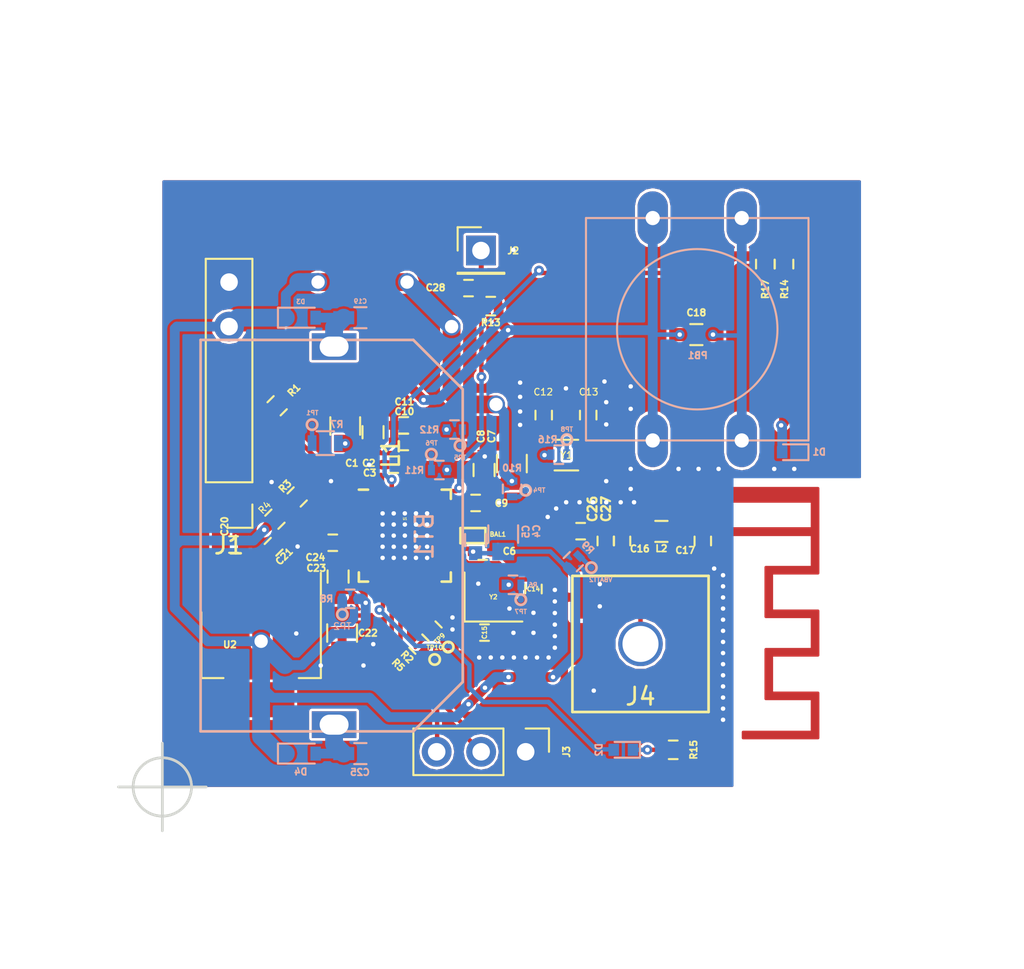
<source format=kicad_pcb>
(kicad_pcb (version 4) (host pcbnew 4.0.5)
  (layers (0 F.Cu signal) (31 B.Cu signal) (34 B.Paste user hide) (35 F.Paste user hide) (36 B.SilkS user) (37 F.SilkS user) (38 B.Mask user) (39 F.Mask user) (44 Edge.Cuts user hide))
  (net 0 "")
  (net 1 GND)
  (net 2 +3V3)
  (net 3 DIO10)
  (net 4 DIO9)
  (net 5 ADC1)
  (net 6 ADC2)
  (net 7 "Net-(C13-Pad2)")
  (net 8 "Net-(C14-Pad2)")
  (net 9 "Net-(C15-Pad2)")
  (net 10 "Net-(L1-Pad1)")
  (net 11 "Net-(BT1-Pad1)")
  (net 12 "Net-(U1-Pad3)")
  (net 13 "Net-(U1-Pad5)")
  (net 14 "Net-(U1-Pad7)")
  (net 15 "Net-(U1-Pad8)")
  (net 16 "Net-(U1-Pad29)")
  (net 17 "Net-(U1-Pad32)")
  (net 18 "Net-(BAL1-Pad3)")
  (net 19 "Net-(C10-Pad1)")
  (net 20 "Net-(C12-Pad2)")
  (net 21 "Net-(D1-Pad2)")
  (net 22 "Net-(D2-Pad1)")
  (net 23 DIO7)
  (net 24 "Net-(R9-Pad2)")
  (net 25 "Net-(R10-Pad2)")
  (net 26 "Net-(R11-Pad2)")
  (net 27 "Net-(R12-Pad1)")
  (net 28 /RF0)
  (net 29 /RF1)
  (net 30 /DIO12_BUTTON)
  (net 31 "Net-(C20-Pad2)")
  (net 32 "Net-(R6-Pad2)")
  (net 33 "Net-(R7-Pad1)")
  (net 34 "Net-(R8-Pad1)")
  (net 35 "Net-(R16-Pad2)")
  (net 36 /DIO2_LED)
  (net 37 "Net-(U1-Pad9)")
  (net 38 "Net-(BT1-Pad2)")
  (net 39 "Net-(R2-Pad1)")
  (net 40 "Net-(R2-Pad2)")
  (net 41 "Net-(R5-Pad1)")
  (net 42 "Net-(R5-Pad2)")
  (net 43 "Net-(J3-Pad2)")
  (net 44 "Net-(J3-Pad3)")
  (net 45 "Net-(C16-Pad1)")
  (net 46 "Net-(C27-Pad1)")
  (net 47 "Net-(C1-Pad1)")
  (net 48 "Net-(C28-Pad2)")
  (module batt_holder3035 (layer B.Cu) (at 117.6274 104.267 270)
    (fp_text reference BT1 (at 0.0254 -5.1562 270) (layer B.SilkS) (effects (justify mirror)))
    (fp_text value Battery_cc3035)
    (pad 2 thru_hole rect (at 10.795 0 270) (size 1.524 2.54) (drill oval 1.143 1.651) (layers *.Cu *.Mask) (net 38 "Net-(BT1-Pad2)"))
    (pad 1 thru_hole rect (at -10.795 0 270) (size 1.524 2.54) (drill oval 1.143 1.651) (layers *.Cu *.Mask) (net 11 "Net-(BT1-Pad1)"))
    (pad 3 smd rect (at 0 0 270) (size 4.318 4.318) (layers B.Cu B.Paste B.Mask) (net 1 GND))
  )
  (module sma_smt (layer F.Cu) (at 135.1153 110.4519)
    (fp_text reference J4 (at 0 3) (layer F.SilkS))
    (fp_text value CONN_COAXIAL)
    (pad 1 smd rect (at 2.6416 -2.667) (size 2.4384 2.4384) (layers F.Cu F.Paste F.Mask) (net 1 GND))
    (pad 1 smd rect (at 2.667 2.667) (size 2.4384 2.4384) (layers F.Cu F.Paste F.Mask) (net 1 GND))
    (pad 1 smd rect (at -2.667 2.667) (size 2.4384 2.4384) (layers F.Cu F.Paste F.Mask) (net 1 GND))
    (pad 2 thru_hole circle (at 0 0) (size 2.54 2.54) (drill 2.0574) (layers *.Cu *.Mask) (net 46 "Net-(C27-Pad1)"))
    (pad 1 smd rect (at -2.667 -2.667) (size 2.4384 2.4384) (layers F.Cu F.Paste F.Mask) (net 1 GND))
  )
  (module Buttons_Switches_THT:SW_PUSH-12mm (layer B.Cu) (at 138.3538 92.4814 270)
    (fp_text reference PB1 (at 1.4986 -0.0254 360) (layer B.SilkS) (effects (font (size 0.381 0.381) (thickness 0.09525)) (justify mirror)))
    (fp_text value pb_v2)
    (pad 1 thru_hole oval (at 6.35 2.54 270) (size 3.048 1.7272) (drill 0.8128) (layers *.Cu *.Mask) (net 2 +3V3))
    (pad 2 thru_hole oval (at 6.35 -2.54 270) (size 3.048 1.7272) (drill 0.8128) (layers *.Cu *.Mask) (net 30 /DIO12_BUTTON))
    (pad 1 thru_hole oval (at -6.35 2.54 270) (size 3.048 1.7272) (drill 0.8128) (layers *.Cu *.Mask) (net 2 +3V3))
    (pad 2 thru_hole oval (at -6.35 -2.54 270) (size 3.048 1.7272) (drill 0.8128) (layers *.Cu *.Mask) (net 30 /DIO12_BUTTON))
  )
  (module Miscellaneous:Via_Stitch_Dia0.356mm_Drill0.254mm (layer F.Cu) (at 117.4496 101.1555)
    (fp_text reference REF** hide)
    (fp_text value Via_Stitch_Dia0.356mm_Drill0.254mm)
    (pad 1 thru_hole circle (at 0 0) (size 0.356 0.356) (drill 0.254) (layers *.Cu) (net 1 GND))
  )
  (module Miscellaneous:Via_Stitch_Dia0.356mm_Drill0.254mm (layer F.Cu) (at 114.0587 101.2063)
    (fp_text reference REF** hide)
    (fp_text value Via_Stitch_Dia0.356mm_Drill0.254mm)
    (pad 1 thru_hole circle (at 0 0) (size 0.356 0.356) (drill 0.254) (layers *.Cu) (net 1 GND))
  )
  (module STBNRG1 (layer F.Cu) (at 121.666 104.267)
    (fp_text reference U1 (at 0.00508 -0.9652) (layer F.SilkS) (effects (font (size 0.127 0.127) (thickness 0.03175))))
    (fp_text value STBlueNRG-1)
    (pad 1 smd rect (at -2.54 -1.75) (size 0.8128 0.254) (layers F.Cu F.Paste F.Mask) (net 3 DIO10))
    (pad 2 smd rect (at -2.54 -1.25) (size 0.8128 0.254) (layers F.Cu F.Paste F.Mask) (net 4 DIO9))
    (pad 3 smd rect (at -2.54 -0.75) (size 0.8128 0.254) (layers F.Cu F.Paste F.Mask) (net 12 "Net-(U1-Pad3)"))
    (pad 4 smd rect (at -2.54 -0.25) (size 0.8128 0.254) (layers F.Cu F.Paste F.Mask) (net 23 DIO7))
    (pad 5 smd rect (at -2.54 0.25) (size 0.8128 0.254) (layers F.Cu F.Paste F.Mask) (net 13 "Net-(U1-Pad5)"))
    (pad 6 smd rect (at -2.54 0.75) (size 0.8128 0.254) (layers F.Cu F.Paste F.Mask) (net 2 +3V3))
    (pad 7 smd rect (at -2.54 1.25) (size 0.8128 0.254) (layers F.Cu F.Paste F.Mask) (net 14 "Net-(U1-Pad7)"))
    (pad 8 smd rect (at -2.54 1.75) (size 0.8128 0.254) (layers F.Cu F.Paste F.Mask) (net 15 "Net-(U1-Pad8)"))
    (pad 9 smd rect (at -1.75 2.54 90) (size 0.8128 0.254) (layers F.Cu F.Paste F.Mask) (net 37 "Net-(U1-Pad9)"))
    (pad 10 smd rect (at -1.25 2.54 90) (size 0.8128 0.254) (layers F.Cu F.Paste F.Mask) (net 36 /DIO2_LED))
    (pad 11 smd rect (at -0.75 2.54 90) (size 0.8128 0.254) (layers F.Cu F.Paste F.Mask) (net 44 "Net-(J3-Pad3)"))
    (pad 12 smd rect (at -0.25 2.54 90) (size 0.8128 0.254) (layers F.Cu F.Paste F.Mask) (net 43 "Net-(J3-Pad2)"))
    (pad 13 smd rect (at 0.25 2.54 90) (size 0.8128 0.254) (layers F.Cu F.Paste F.Mask) (net 42 "Net-(R5-Pad2)"))
    (pad 14 smd rect (at 0.75 2.54 90) (size 0.8128 0.254) (layers F.Cu F.Paste F.Mask) (net 40 "Net-(R2-Pad2)"))
    (pad 15 smd rect (at 1.25 2.54 90) (size 0.8128 0.254) (layers F.Cu F.Paste F.Mask) (net 5 ADC1))
    (pad 16 smd rect (at 1.75 2.54 90) (size 0.8128 0.254) (layers F.Cu F.Paste F.Mask) (net 6 ADC2))
    (pad 17 smd rect (at 2.54 1.75) (size 0.8128 0.254) (layers F.Cu F.Paste F.Mask) (net 9 "Net-(C15-Pad2)"))
    (pad 18 smd rect (at 2.54 1.25) (size 0.8128 0.254) (layers F.Cu F.Paste F.Mask) (net 8 "Net-(C14-Pad2)"))
    (pad 19 smd rect (at 2.54 0.75) (size 0.8128 0.254) (layers F.Cu F.Paste F.Mask) (net 2 +3V3))
    (pad 20 smd rect (at 2.54 0.25) (size 0.8128 0.254) (layers F.Cu F.Paste F.Mask) (net 29 /RF1))
    (pad 21 smd rect (at 2.54 -0.25) (size 0.8128 0.254) (layers F.Cu F.Paste F.Mask) (net 28 /RF0))
    (pad 22 smd rect (at 2.54 -0.75) (size 0.8128 0.254) (layers F.Cu F.Paste F.Mask) (net 7 "Net-(C13-Pad2)"))
    (pad 23 smd rect (at 2.54 -1.25) (size 0.8128 0.254) (layers F.Cu F.Paste F.Mask) (net 20 "Net-(C12-Pad2)"))
    (pad 24 smd rect (at 2.54 -1.75) (size 0.8128 0.254) (layers F.Cu F.Paste F.Mask) (net 2 +3V3))
    (pad 25 smd rect (at 1.75 -2.54 90) (size 0.8128 0.254) (layers F.Cu F.Paste F.Mask) (net 48 "Net-(C28-Pad2)"))
    (pad 26 smd rect (at 1.25 -2.54 90) (size 0.8128 0.254) (layers F.Cu F.Paste F.Mask) (net 10 "Net-(L1-Pad1)"))
    (pad 27 smd rect (at 0.75 -2.54 90) (size 0.8128 0.254) (layers F.Cu F.Paste F.Mask) (net 19 "Net-(C10-Pad1)"))
    (pad 28 smd rect (at 0.25 -2.54 90) (size 0.8128 0.254) (layers F.Cu F.Paste F.Mask) (net 47 "Net-(C1-Pad1)"))
    (pad 29 smd rect (at -0.25 -2.54 90) (size 0.8128 0.254) (layers F.Cu F.Paste F.Mask) (net 16 "Net-(U1-Pad29)"))
    (pad 30 smd rect (at -0.75 -2.54 90) (size 0.8128 0.254) (layers F.Cu F.Paste F.Mask) (net 30 /DIO12_BUTTON))
    (pad 31 smd rect (at -1.27 -2.54 90) (size 0.8128 0.254) (layers F.Cu F.Paste F.Mask) (net 1 GND))
    (pad 32 smd rect (at -1.75 -2.54 90) (size 0.8128 0.254) (layers F.Cu F.Paste F.Mask) (net 17 "Net-(U1-Pad32)"))
    (pad 33 smd rect (at 0.8625 0.8625) (size 1.725 1.725) (layers F.Cu F.Paste F.Mask) (net 1 GND))
    (pad 33 smd rect (at 0.8625 -0.8625) (size 1.725 1.725) (layers F.Cu F.Paste F.Mask) (net 1 GND))
    (pad 33 smd rect (at -0.8625 0.8625) (size 1.725 1.725) (layers F.Cu F.Paste F.Mask) (net 1 GND))
    (pad 33 smd rect (at -0.8625 -0.8625) (size 1.725 1.725) (layers F.Cu F.Paste F.Mask) (net 1 GND))
  )
  (module TO_SOT_Packages_SMD:SOT-223 (layer F.Cu) (at 113.4618 110.49 270)
    (fp_text reference U2 (at 0 1.778 360) (layer F.SilkS) (effects (font (size 0.381 0.381) (thickness 0.09525))))
    (fp_text value TLV1117LV-3V)
    (pad 4 smd rect (at 3.15 0 270) (size 2 3.8) (layers F.Cu F.Paste F.Mask) (net 2 +3V3))
    (pad 2 smd rect (at -3.15 0 270) (size 2 1.5) (layers F.Cu F.Paste F.Mask) (net 2 +3V3))
    (pad 3 smd rect (at -3.15 2.3 270) (size 2 1.5) (layers F.Cu F.Paste F.Mask) (net 31 "Net-(C20-Pad2)"))
    (pad 1 smd rect (at -3.15 -2.3 270) (size 2 1.5) (layers F.Cu F.Paste F.Mask) (net 1 GND))
  )
  (module Capacitors_SMD:C_0603_HandSoldering (layer F.Cu) (at 138.303 92.7862)
    (fp_text reference C18 (at 0 -1.25) (layer F.SilkS) (effects (font (size 0.381 0.381) (thickness 0.09525))))
    (fp_text value 1uF)
    (pad 1 smd rect (at -0.95 0) (size 1.2 0.75) (layers F.Cu F.Paste F.Mask) (net 2 +3V3))
    (pad 2 smd rect (at 0.95 0) (size 1.2 0.75) (layers F.Cu F.Paste F.Mask) (net 30 /DIO12_BUTTON))
  )
  (module Miscellaneous:Via_Stitch_Dia0.356mm_Drill0.254mm (layer F.Cu) (at 126.2253 99.7458)
    (fp_text reference REF** hide)
    (fp_text value Via_Stitch_Dia0.356mm_Drill0.254mm)
    (pad 1 thru_hole circle (at 0 0) (size 0.356 0.356) (drill 0.254) (layers *.Cu) (net 1 GND))
  )
  (module Miscellaneous:Via_Stitch_Dia0.356mm_Drill0.254mm (layer B.Cu) (at 130.2258 108.0262)
    (fp_text reference REF** hide)
    (fp_text value Via_Stitch_Dia0.356mm_Drill0.254mm)
    (pad 1 thru_hole circle (at 0 0) (size 0.356 0.356) (drill 0.254) (layers *.Cu) (net 1 GND))
  )
  (module Miscellaneous:Via_Stitch_Dia0.356mm_Drill0.254mm (layer B.Cu) (at 130.2258 107.3658 90)
    (fp_text reference REF** hide)
    (fp_text value Via_Stitch_Dia0.356mm_Drill0.254mm)
    (pad 1 thru_hole circle (at 0 0 90) (size 0.356 0.356) (drill 0.254) (layers *.Cu) (net 1 GND))
  )
  (module Miscellaneous:Via_Stitch_Dia0.356mm_Drill0.254mm (layer B.Cu) (at 130.2258 108.6866)
    (fp_text reference REF** hide)
    (fp_text value Via_Stitch_Dia0.356mm_Drill0.254mm)
    (pad 1 thru_hole circle (at 0 0) (size 0.356 0.356) (drill 0.254) (layers *.Cu) (net 1 GND))
  )
  (module Miscellaneous:Via_Stitch_Dia0.356mm_Drill0.254mm (layer B.Cu) (at 139.827 112.8776 90)
    (fp_text reference REF** hide)
    (fp_text value Via_Stitch_Dia0.356mm_Drill0.254mm)
    (pad 1 thru_hole circle (at 0 0 90) (size 0.356 0.356) (drill 0.254) (layers *.Cu) (net 1 GND))
  )
  (module Miscellaneous:Via_Stitch_Dia0.356mm_Drill0.254mm (layer B.Cu) (at 139.827 110.3376 90)
    (fp_text reference REF** hide)
    (fp_text value Via_Stitch_Dia0.356mm_Drill0.254mm)
    (pad 1 thru_hole circle (at 0 0 90) (size 0.356 0.356) (drill 0.254) (layers *.Cu) (net 1 GND))
  )
  (module Miscellaneous:Via_Stitch_Dia0.356mm_Drill0.254mm (layer B.Cu) (at 139.827 107.1626 90)
    (fp_text reference REF** hide)
    (fp_text value Via_Stitch_Dia0.356mm_Drill0.254mm)
    (pad 1 thru_hole circle (at 0 0 90) (size 0.356 0.356) (drill 0.254) (layers *.Cu) (net 1 GND))
  )
  (module Miscellaneous:Via_Stitch_Dia0.356mm_Drill0.254mm (layer B.Cu) (at 139.827 106.5276 90)
    (fp_text reference REF** hide)
    (fp_text value Via_Stitch_Dia0.356mm_Drill0.254mm)
    (pad 1 thru_hole circle (at 0 0 90) (size 0.356 0.356) (drill 0.254) (layers *.Cu) (net 1 GND))
  )
  (module Miscellaneous:Via_Stitch_Dia0.356mm_Drill0.254mm (layer B.Cu) (at 139.827 109.7026 90)
    (fp_text reference REF** hide)
    (fp_text value Via_Stitch_Dia0.356mm_Drill0.254mm)
    (pad 1 thru_hole circle (at 0 0 90) (size 0.356 0.356) (drill 0.254) (layers *.Cu) (net 1 GND))
  )
  (module Miscellaneous:Via_Stitch_Dia0.356mm_Drill0.254mm (layer B.Cu) (at 139.827 111.6076 90)
    (fp_text reference REF** hide)
    (fp_text value Via_Stitch_Dia0.356mm_Drill0.254mm)
    (pad 1 thru_hole circle (at 0 0 90) (size 0.356 0.356) (drill 0.254) (layers *.Cu) (net 1 GND))
  )
  (module Miscellaneous:Via_Stitch_Dia0.356mm_Drill0.254mm (layer B.Cu) (at 139.827 112.2426 90)
    (fp_text reference REF** hide)
    (fp_text value Via_Stitch_Dia0.356mm_Drill0.254mm)
    (pad 1 thru_hole circle (at 0 0 90) (size 0.356 0.356) (drill 0.254) (layers *.Cu) (net 1 GND))
  )
  (module Miscellaneous:Via_Stitch_Dia0.356mm_Drill0.254mm (layer B.Cu) (at 139.827 109.0676 90)
    (fp_text reference REF** hide)
    (fp_text value Via_Stitch_Dia0.356mm_Drill0.254mm)
    (pad 1 thru_hole circle (at 0 0 90) (size 0.356 0.356) (drill 0.254) (layers *.Cu) (net 1 GND))
  )
  (module Miscellaneous:Via_Stitch_Dia0.356mm_Drill0.254mm (layer B.Cu) (at 139.827 107.7976 90)
    (fp_text reference REF** hide)
    (fp_text value Via_Stitch_Dia0.356mm_Drill0.254mm)
    (pad 1 thru_hole circle (at 0 0 90) (size 0.356 0.356) (drill 0.254) (layers *.Cu) (net 1 GND))
  )
  (module Miscellaneous:Via_Stitch_Dia0.356mm_Drill0.254mm (layer B.Cu) (at 139.827 108.4326 90)
    (fp_text reference REF** hide)
    (fp_text value Via_Stitch_Dia0.356mm_Drill0.254mm)
    (pad 1 thru_hole circle (at 0 0 90) (size 0.356 0.356) (drill 0.254) (layers *.Cu) (net 1 GND))
  )
  (module Miscellaneous:Via_Stitch_Dia0.356mm_Drill0.254mm (layer B.Cu) (at 139.827 110.9726 90)
    (fp_text reference REF** hide)
    (fp_text value Via_Stitch_Dia0.356mm_Drill0.254mm)
    (pad 1 thru_hole circle (at 0 0 90) (size 0.356 0.356) (drill 0.254) (layers *.Cu) (net 1 GND))
  )
  (module Miscellaneous:Via_Stitch_Dia0.356mm_Drill0.254mm (layer B.Cu) (at 130.2258 110.6678 90)
    (fp_text reference REF** hide)
    (fp_text value Via_Stitch_Dia0.356mm_Drill0.254mm)
    (pad 1 thru_hole circle (at 0 0 90) (size 0.356 0.356) (drill 0.254) (layers *.Cu) (net 1 GND))
  )
  (module Miscellaneous:Via_Stitch_Dia0.356mm_Drill0.254mm (layer B.Cu) (at 139.827 114.1476 90)
    (fp_text reference REF** hide)
    (fp_text value Via_Stitch_Dia0.356mm_Drill0.254mm)
    (pad 1 thru_hole circle (at 0 0 90) (size 0.356 0.356) (drill 0.254) (layers *.Cu) (net 1 GND))
  )
  (module Miscellaneous:Via_Stitch_Dia0.356mm_Drill0.254mm (layer B.Cu) (at 125.9078 111.2266 90)
    (fp_text reference REF** hide)
    (fp_text value Via_Stitch_Dia0.356mm_Drill0.254mm)
    (pad 1 thru_hole circle (at 0 0 90) (size 0.356 0.356) (drill 0.254) (layers *.Cu) (net 1 GND))
  )
  (module Miscellaneous:Via_Stitch_Dia0.356mm_Drill0.254mm (layer B.Cu) (at 139.827 113.5126 90)
    (fp_text reference REF** hide)
    (fp_text value Via_Stitch_Dia0.356mm_Drill0.254mm)
    (pad 1 thru_hole circle (at 0 0 90) (size 0.356 0.356) (drill 0.254) (layers *.Cu) (net 1 GND))
  )
  (module Miscellaneous:Via_Stitch_Dia0.356mm_Drill0.254mm (layer B.Cu) (at 127.889 111.2266 90)
    (fp_text reference REF** hide)
    (fp_text value Via_Stitch_Dia0.356mm_Drill0.254mm)
    (pad 1 thru_hole circle (at 0 0 90) (size 0.356 0.356) (drill 0.254) (layers *.Cu) (net 1 GND))
  )
  (module Miscellaneous:Via_Stitch_Dia0.356mm_Drill0.254mm (layer B.Cu) (at 130.302 102.7176 90)
    (fp_text reference REF** hide)
    (fp_text value Via_Stitch_Dia0.356mm_Drill0.254mm)
    (pad 1 thru_hole circle (at 0 0 90) (size 0.356 0.356) (drill 0.254) (layers *.Cu) (net 1 GND))
  )
  (module Miscellaneous:Via_Stitch_Dia0.356mm_Drill0.254mm (layer B.Cu) (at 128.2446 95.5294 90)
    (fp_text reference REF** hide)
    (fp_text value Via_Stitch_Dia0.356mm_Drill0.254mm)
    (pad 1 thru_hole circle (at 0 0 90) (size 0.356 0.356) (drill 0.254) (layers *.Cu) (net 1 GND))
  )
  (module Miscellaneous:Via_Stitch_Dia0.356mm_Drill0.254mm (layer B.Cu) (at 128.5494 111.2266 90)
    (fp_text reference REF** hide)
    (fp_text value Via_Stitch_Dia0.356mm_Drill0.254mm)
    (pad 1 thru_hole circle (at 0 0 90) (size 0.356 0.356) (drill 0.254) (layers *.Cu) (net 1 GND))
  )
  (module Miscellaneous:Via_Stitch_Dia0.356mm_Drill0.254mm (layer B.Cu) (at 126.5682 111.2266 90)
    (fp_text reference REF** hide)
    (fp_text value Via_Stitch_Dia0.356mm_Drill0.254mm)
    (pad 1 thru_hole circle (at 0 0 90) (size 0.356 0.356) (drill 0.254) (layers *.Cu) (net 1 GND))
  )
  (module Miscellaneous:Via_Stitch_Dia0.356mm_Drill0.254mm (layer B.Cu) (at 127.2286 111.2266 90)
    (fp_text reference REF** hide)
    (fp_text value Via_Stitch_Dia0.356mm_Drill0.254mm)
    (pad 1 thru_hole circle (at 0 0 90) (size 0.356 0.356) (drill 0.254) (layers *.Cu) (net 1 GND))
  )
  (module Miscellaneous:Via_Stitch_Dia0.356mm_Drill0.254mm (layer B.Cu) (at 129.2098 111.2266 90)
    (fp_text reference REF** hide)
    (fp_text value Via_Stitch_Dia0.356mm_Drill0.254mm)
    (pad 1 thru_hole circle (at 0 0 90) (size 0.356 0.356) (drill 0.254) (layers *.Cu) (net 1 GND))
  )
  (module Miscellaneous:Via_Stitch_Dia0.356mm_Drill0.254mm (layer B.Cu) (at 130.2258 109.347 90)
    (fp_text reference REF** hide)
    (fp_text value Via_Stitch_Dia0.356mm_Drill0.254mm)
    (pad 1 thru_hole circle (at 0 0 90) (size 0.356 0.356) (drill 0.254) (layers *.Cu) (net 1 GND))
  )
  (module Miscellaneous:Via_Stitch_Dia0.356mm_Drill0.254mm (layer F.Cu) (at 132.7912 107.0356 270)
    (fp_text reference REF** hide)
    (fp_text value Via_Stitch_Dia0.356mm_Drill0.254mm)
    (pad 1 thru_hole circle (at 0 0 270) (size 0.356 0.356) (drill 0.254) (layers *.Cu) (net 1 GND))
  )
  (module Miscellaneous:Via_Stitch_Dia0.356mm_Drill0.254mm (layer B.Cu) (at 139.827 114.7826 90)
    (fp_text reference REF** hide)
    (fp_text value Via_Stitch_Dia0.356mm_Drill0.254mm)
    (pad 1 thru_hole circle (at 0 0 90) (size 0.356 0.356) (drill 0.254) (layers *.Cu) (net 1 GND))
  )
  (module Miscellaneous:Via_Stitch_Dia0.356mm_Drill0.254mm (layer B.Cu) (at 119.8626 110.4646 90)
    (fp_text reference REF** hide)
    (fp_text value Via_Stitch_Dia0.356mm_Drill0.254mm)
    (pad 1 thru_hole circle (at 0 0 90) (size 0.356 0.356) (drill 0.254) (layers *.Cu) (net 1 GND))
  )
  (module Miscellaneous:Via_Stitch_Dia0.356mm_Drill0.254mm (layer B.Cu) (at 127.8636 87.9475 90)
    (fp_text reference REF** hide)
    (fp_text value Via_Stitch_Dia0.356mm_Drill0.254mm)
    (pad 1 thru_hole circle (at 0 0 90) (size 0.356 0.356) (drill 0.254) (layers *.Cu) (net 1 GND))
  )
  (module Miscellaneous:Via_Stitch_Dia0.356mm_Drill0.254mm (layer B.Cu) (at 132.4483 113.1189 90)
    (fp_text reference REF** hide)
    (fp_text value Via_Stitch_Dia0.356mm_Drill0.254mm)
    (pad 1 thru_hole circle (at 0 0 90) (size 0.356 0.356) (drill 0.254) (layers *.Cu) (net 1 GND))
  )
  (module Miscellaneous:Via_Stitch_Dia0.356mm_Drill0.254mm (layer B.Cu) (at 132.7912 108.3056 90)
    (fp_text reference REF** hide)
    (fp_text value Via_Stitch_Dia0.356mm_Drill0.254mm)
    (pad 1 thru_hole circle (at 0 0 90) (size 0.356 0.356) (drill 0.254) (layers *.Cu) (net 1 GND))
  )
  (module Miscellaneous:Via_Stitch_Dia0.356mm_Drill0.254mm (layer B.Cu) (at 129.8702 111.2266 90)
    (fp_text reference REF** hide)
    (fp_text value Via_Stitch_Dia0.356mm_Drill0.254mm)
    (pad 1 thru_hole circle (at 0 0 90) (size 0.356 0.356) (drill 0.254) (layers *.Cu) (net 1 GND))
  )
  (module Miscellaneous:Via_Stitch_Dia0.356mm_Drill0.254mm (layer B.Cu) (at 139.319 106.1466)
    (fp_text reference REF** hide)
    (fp_text value Via_Stitch_Dia0.356mm_Drill0.254mm)
    (pad 1 thru_hole circle (at 0 0) (size 0.356 0.356) (drill 0.254) (layers *.Cu) (net 1 GND))
  )
  (module Miscellaneous:Via_Stitch_Dia0.356mm_Drill0.254mm (layer B.Cu) (at 138.43 100.457)
    (fp_text reference REF** hide)
    (fp_text value Via_Stitch_Dia0.356mm_Drill0.254mm)
    (pad 1 thru_hole circle (at 0 0) (size 0.356 0.356) (drill 0.254) (layers *.Cu) (net 1 GND))
  )
  (module Miscellaneous:Via_Stitch_Dia0.356mm_Drill0.254mm (layer B.Cu) (at 137.287 100.457)
    (fp_text reference REF** hide)
    (fp_text value Via_Stitch_Dia0.356mm_Drill0.254mm)
    (pad 1 thru_hole circle (at 0 0) (size 0.356 0.356) (drill 0.254) (layers *.Cu) (net 1 GND))
  )
  (module Miscellaneous:Via_Stitch_Dia0.356mm_Drill0.254mm (layer B.Cu) (at 134.747 102.362)
    (fp_text reference REF** hide)
    (fp_text value Via_Stitch_Dia0.356mm_Drill0.254mm)
    (pad 1 thru_hole circle (at 0 0) (size 0.356 0.356) (drill 0.254) (layers *.Cu) (net 1 GND))
  )
  (module Miscellaneous:Via_Stitch_Dia0.356mm_Drill0.254mm (layer B.Cu) (at 133.985 102.362)
    (fp_text reference REF** hide)
    (fp_text value Via_Stitch_Dia0.356mm_Drill0.254mm)
    (pad 1 thru_hole circle (at 0 0) (size 0.356 0.356) (drill 0.254) (layers *.Cu) (net 1 GND))
  )
  (module Miscellaneous:Via_Stitch_Dia0.356mm_Drill0.254mm (layer B.Cu) (at 133.1595 102.362)
    (fp_text reference REF** hide)
    (fp_text value Via_Stitch_Dia0.356mm_Drill0.254mm)
    (pad 1 thru_hole circle (at 0 0) (size 0.356 0.356) (drill 0.254) (layers *.Cu) (net 1 GND))
  )
  (module Miscellaneous:Via_Stitch_Dia0.356mm_Drill0.254mm (layer B.Cu) (at 132.3975 102.362)
    (fp_text reference REF** hide)
    (fp_text value Via_Stitch_Dia0.356mm_Drill0.254mm)
    (pad 1 thru_hole circle (at 0 0) (size 0.356 0.356) (drill 0.254) (layers *.Cu) (net 1 GND))
  )
  (module Miscellaneous:Via_Stitch_Dia0.356mm_Drill0.254mm (layer B.Cu) (at 133.1595 101.1555)
    (fp_text reference REF** hide)
    (fp_text value Via_Stitch_Dia0.356mm_Drill0.254mm)
    (pad 1 thru_hole circle (at 0 0) (size 0.356 0.356) (drill 0.254) (layers *.Cu) (net 1 GND))
  )
  (module Miscellaneous:Via_Stitch_Dia0.356mm_Drill0.254mm (layer B.Cu) (at 133.1595 97.917)
    (fp_text reference REF** hide)
    (fp_text value Via_Stitch_Dia0.356mm_Drill0.254mm)
    (pad 1 thru_hole circle (at 0 0) (size 0.356 0.356) (drill 0.254) (layers *.Cu) (net 1 GND))
  )
  (module Miscellaneous:Via_Stitch_Dia0.356mm_Drill0.254mm (layer B.Cu) (at 133.1595 96.647)
    (fp_text reference REF** hide)
    (fp_text value Via_Stitch_Dia0.356mm_Drill0.254mm)
    (pad 1 thru_hole circle (at 0 0) (size 0.356 0.356) (drill 0.254) (layers *.Cu) (net 1 GND))
  )
  (module Miscellaneous:Via_Stitch_Dia0.356mm_Drill0.254mm (layer F.Cu) (at 143.891 100.457)
    (fp_text reference REF** hide)
    (fp_text value Via_Stitch_Dia0.356mm_Drill0.254mm)
    (pad 1 thru_hole circle (at 0 0) (size 0.356 0.356) (drill 0.254) (layers *.Cu) (net 1 GND))
  )
  (module Miscellaneous:Via_Stitch_Dia0.356mm_Drill0.254mm (layer F.Cu) (at 129.8194 103.2002)
    (fp_text reference REF** hide)
    (fp_text value Via_Stitch_Dia0.356mm_Drill0.254mm)
    (pad 1 thru_hole circle (at 0 0) (size 0.356 0.356) (drill 0.254) (layers *.Cu) (net 1 GND))
  )
  (module Miscellaneous:Via_Stitch_Dia0.356mm_Drill0.254mm (layer F.Cu) (at 119.6213 100.2157)
    (fp_text reference REF** hide)
    (fp_text value Via_Stitch_Dia0.356mm_Drill0.254mm)
    (pad 1 thru_hole circle (at 0 0) (size 0.356 0.356) (drill 0.254) (layers *.Cu) (net 1 GND))
  )
  (module Miscellaneous:Via_Stitch_Dia0.356mm_Drill0.254mm (layer F.Cu) (at 127.0381 102.3874)
    (fp_text reference REF** hide)
    (fp_text value Via_Stitch_Dia0.356mm_Drill0.254mm)
    (pad 1 thru_hole circle (at 0 0) (size 0.356 0.356) (drill 0.254) (layers *.Cu) (net 1 GND))
  )
  (module Miscellaneous:Via_Stitch_Dia0.356mm_Drill0.254mm (layer F.Cu) (at 115.5446 104.8893)
    (fp_text reference REF** hide)
    (fp_text value Via_Stitch_Dia0.356mm_Drill0.254mm)
    (pad 1 thru_hole circle (at 0 0) (size 0.356 0.356) (drill 0.254) (layers *.Cu) (net 1 GND))
  )
  (module Miscellaneous:Via_Stitch_Dia0.356mm_Drill0.254mm (layer F.Cu) (at 128.2446 97.1804)
    (fp_text reference REF** hide)
    (fp_text value Via_Stitch_Dia0.356mm_Drill0.254mm)
    (pad 1 thru_hole circle (at 0 0) (size 0.356 0.356) (drill 0.254) (layers *.Cu) (net 1 GND))
  )
  (module Miscellaneous:Via_Stitch_Dia0.356mm_Drill0.254mm (layer F.Cu) (at 124.3838 109.6264)
    (fp_text reference REF** hide)
    (fp_text value Via_Stitch_Dia0.356mm_Drill0.254mm)
    (pad 1 thru_hole circle (at 0 0) (size 0.356 0.356) (drill 0.254) (layers *.Cu) (net 1 GND))
  )
  (module Miscellaneous:Via_Stitch_Dia0.356mm_Drill0.254mm (layer B.Cu) (at 127.635 108.4326)
    (fp_text reference REF** hide)
    (fp_text value Via_Stitch_Dia0.356mm_Drill0.254mm)
    (pad 1 thru_hole circle (at 0 0) (size 0.356 0.356) (drill 0.254) (layers *.Cu) (net 1 GND))
  )
  (module Miscellaneous:Via_Stitch_Dia0.356mm_Drill0.254mm (layer B.Cu) (at 125.857 107.0102)
    (fp_text reference REF** hide)
    (fp_text value Via_Stitch_Dia0.356mm_Drill0.254mm)
    (pad 1 thru_hole circle (at 0 0) (size 0.356 0.356) (drill 0.254) (layers *.Cu) (net 1 GND))
  )
  (module Miscellaneous:Via_Stitch_Dia0.356mm_Drill0.254mm (layer B.Cu) (at 115.4684 109.855)
    (fp_text reference REF** hide)
    (fp_text value Via_Stitch_Dia0.356mm_Drill0.254mm)
    (pad 1 thru_hole circle (at 0 0) (size 0.356 0.356) (drill 0.254) (layers *.Cu) (net 1 GND))
  )
  (module Miscellaneous:Via_Stitch_Dia0.356mm_Drill0.254mm (layer B.Cu) (at 129.0066 109.8169)
    (fp_text reference REF** hide)
    (fp_text value Via_Stitch_Dia0.356mm_Drill0.254mm)
    (pad 1 thru_hole circle (at 0 0) (size 0.356 0.356) (drill 0.254) (layers *.Cu) (net 1 GND))
  )
  (module Miscellaneous:Via_Stitch_Dia0.356mm_Drill0.254mm (layer B.Cu) (at 116.8654 111.6838)
    (fp_text reference REF** hide)
    (fp_text value Via_Stitch_Dia0.356mm_Drill0.254mm)
    (pad 1 thru_hole circle (at 0 0) (size 0.356 0.356) (drill 0.254) (layers *.Cu) (net 1 GND))
  )
  (module Miscellaneous:Via_Stitch_Dia0.356mm_Drill0.254mm (layer B.Cu) (at 129.0066 108.6739)
    (fp_text reference REF** hide)
    (fp_text value Via_Stitch_Dia0.356mm_Drill0.254mm)
    (pad 1 thru_hole circle (at 0 0) (size 0.356 0.356) (drill 0.254) (layers *.Cu) (net 1 GND))
  )
  (module Miscellaneous:Via_Stitch_Dia0.356mm_Drill0.254mm (layer B.Cu) (at 119.3038 111.6838 90)
    (fp_text reference REF** hide)
    (fp_text value Via_Stitch_Dia0.356mm_Drill0.254mm)
    (pad 1 thru_hole circle (at 0 0 90) (size 0.356 0.356) (drill 0.254) (layers *.Cu) (net 1 GND))
  )
  (module Miscellaneous:Via_Stitch_Dia0.356mm_Drill0.254mm (layer B.Cu) (at 127.8636 109.8169)
    (fp_text reference REF** hide)
    (fp_text value Via_Stitch_Dia0.356mm_Drill0.254mm)
    (pad 1 thru_hole circle (at 0 0) (size 0.356 0.356) (drill 0.254) (layers *.Cu) (net 1 GND))
  )
  (module Miscellaneous:Via_Stitch_Dia0.356mm_Drill0.254mm (layer B.Cu) (at 124.3838 108.9406 90)
    (fp_text reference REF** hide)
    (fp_text value Via_Stitch_Dia0.356mm_Drill0.254mm)
    (pad 1 thru_hole circle (at 0 0 90) (size 0.356 0.356) (drill 0.254) (layers *.Cu) (net 1 GND))
  )
  (module Miscellaneous:Via_Stitch_Dia0.356mm_Drill0.254mm (layer B.Cu) (at 130.2258 110.0074)
    (fp_text reference REF** hide)
    (fp_text value Via_Stitch_Dia0.356mm_Drill0.254mm)
    (pad 1 thru_hole circle (at 0 0) (size 0.356 0.356) (drill 0.254) (layers *.Cu) (net 1 GND))
  )
  (module Miscellaneous:Via_Stitch_Dia0.356mm_Drill0.254mm (layer B.Cu) (at 128.2446 97.9424)
    (fp_text reference REF** hide)
    (fp_text value Via_Stitch_Dia0.356mm_Drill0.254mm)
    (pad 1 thru_hole circle (at 0 0) (size 0.356 0.356) (drill 0.254) (layers *.Cu) (net 1 GND))
  )
  (module Miscellaneous:Via_Stitch_Dia0.356mm_Drill0.254mm (layer B.Cu) (at 134.5565 97.028)
    (fp_text reference REF** hide)
    (fp_text value Via_Stitch_Dia0.356mm_Drill0.254mm)
    (pad 1 thru_hole circle (at 0 0) (size 0.356 0.356) (drill 0.254) (layers *.Cu) (net 1 GND))
  )
  (module Miscellaneous:Via_Stitch_Dia0.356mm_Drill0.254mm (layer B.Cu) (at 133.0579 95.4659)
    (fp_text reference REF** hide)
    (fp_text value Via_Stitch_Dia0.356mm_Drill0.254mm)
    (pad 1 thru_hole circle (at 0 0) (size 0.356 0.356) (drill 0.254) (layers *.Cu) (net 1 GND))
  )
  (module Miscellaneous:Via_Stitch_Dia0.356mm_Drill0.254mm (layer B.Cu) (at 142.748 100.457)
    (fp_text reference REF** hide)
    (fp_text value Via_Stitch_Dia0.356mm_Drill0.254mm)
    (pad 1 thru_hole circle (at 0 0) (size 0.356 0.356) (drill 0.254) (layers *.Cu) (net 1 GND))
  )
  (module Miscellaneous:Via_Stitch_Dia0.356mm_Drill0.254mm (layer B.Cu) (at 134.5565 100.457)
    (fp_text reference REF** hide)
    (fp_text value Via_Stitch_Dia0.356mm_Drill0.254mm)
    (pad 1 thru_hole circle (at 0 0) (size 0.356 0.356) (drill 0.254) (layers *.Cu) (net 1 GND))
  )
  (module Miscellaneous:Via_Stitch_Dia0.356mm_Drill0.254mm (layer B.Cu) (at 134.5565 101.6)
    (fp_text reference REF** hide)
    (fp_text value Via_Stitch_Dia0.356mm_Drill0.254mm)
    (pad 1 thru_hole circle (at 0 0) (size 0.356 0.356) (drill 0.254) (layers *.Cu) (net 1 GND))
  )
  (module Miscellaneous:Via_Stitch_Dia0.356mm_Drill0.254mm (layer B.Cu) (at 131.6355 102.362)
    (fp_text reference REF** hide)
    (fp_text value Via_Stitch_Dia0.356mm_Drill0.254mm)
    (pad 1 thru_hole circle (at 0 0) (size 0.356 0.356) (drill 0.254) (layers *.Cu) (net 1 GND))
  )
  (module Miscellaneous:Via_Stitch_Dia0.356mm_Drill0.254mm (layer B.Cu) (at 130.8735 102.362)
    (fp_text reference REF** hide)
    (fp_text value Via_Stitch_Dia0.356mm_Drill0.254mm)
    (pad 1 thru_hole circle (at 0 0) (size 0.356 0.356) (drill 0.254) (layers *.Cu) (net 1 GND))
  )
  (module Miscellaneous:Via_Stitch_Dia0.356mm_Drill0.254mm (layer B.Cu) (at 130.8608 95.8596)
    (fp_text reference REF** hide)
    (fp_text value Via_Stitch_Dia0.356mm_Drill0.254mm)
    (pad 1 thru_hole circle (at 0 0) (size 0.356 0.356) (drill 0.254) (layers *.Cu) (net 1 GND))
  )
  (module Miscellaneous:Via_Stitch_Dia0.356mm_Drill0.254mm (layer B.Cu) (at 134.5565 95.7453)
    (fp_text reference REF** hide)
    (fp_text value Via_Stitch_Dia0.356mm_Drill0.254mm)
    (pad 1 thru_hole circle (at 0 0) (size 0.356 0.356) (drill 0.254) (layers *.Cu) (net 1 GND))
  )
  (module Miscellaneous:Via_Stitch_Dia0.356mm_Drill0.254mm (layer B.Cu) (at 139.573 100.457)
    (fp_text reference REF** hide)
    (fp_text value Via_Stitch_Dia0.356mm_Drill0.254mm)
    (pad 1 thru_hole circle (at 0 0) (size 0.356 0.356) (drill 0.254) (layers *.Cu) (net 1 GND))
  )
  (module Miscellaneous:Via_Stitch_Dia0.356mm_Drill0.254mm (layer B.Cu) (at 128.2446 96.3422)
    (fp_text reference REF** hide)
    (fp_text value Via_Stitch_Dia0.356mm_Drill0.254mm)
    (pad 1 thru_hole circle (at 0 0) (size 0.356 0.356) (drill 0.254) (layers *.Cu) (net 1 GND))
  )
  (module Miscellaneous:Via_Stitch_Dia0.356mm_Drill0.254mm (layer F.Cu) (at 122.936 105.537)
    (fp_text reference REF** hide)
    (fp_text value Via_Stitch_Dia0.356mm_Drill0.254mm)
    (pad 1 thru_hole circle (at 0 0) (size 0.356 0.356) (drill 0.254) (layers *.Cu) (net 1 GND))
  )
  (module Miscellaneous:Via_Stitch_Dia0.356mm_Drill0.254mm (layer F.Cu) (at 122.301 105.537)
    (fp_text reference REF** hide)
    (fp_text value Via_Stitch_Dia0.356mm_Drill0.254mm)
    (pad 1 thru_hole circle (at 0 0) (size 0.356 0.356) (drill 0.254) (layers *.Cu) (net 1 GND))
  )
  (module Miscellaneous:Via_Stitch_Dia0.356mm_Drill0.254mm (layer F.Cu) (at 121.666 105.537)
    (fp_text reference REF** hide)
    (fp_text value Via_Stitch_Dia0.356mm_Drill0.254mm)
    (pad 1 thru_hole circle (at 0 0) (size 0.356 0.356) (drill 0.254) (layers *.Cu) (net 1 GND))
  )
  (module Miscellaneous:Via_Stitch_Dia0.356mm_Drill0.254mm (layer F.Cu) (at 121.031 105.537)
    (fp_text reference REF** hide)
    (fp_text value Via_Stitch_Dia0.356mm_Drill0.254mm)
    (pad 1 thru_hole circle (at 0 0) (size 0.356 0.356) (drill 0.254) (layers *.Cu) (net 1 GND))
  )
  (module Miscellaneous:Via_Stitch_Dia0.356mm_Drill0.254mm (layer F.Cu) (at 120.396 105.537)
    (fp_text reference REF** hide)
    (fp_text value Via_Stitch_Dia0.356mm_Drill0.254mm)
    (pad 1 thru_hole circle (at 0 0) (size 0.356 0.356) (drill 0.254) (layers *.Cu) (net 1 GND))
  )
  (module Miscellaneous:Via_Stitch_Dia0.356mm_Drill0.254mm (layer F.Cu) (at 120.396 104.902)
    (fp_text reference REF** hide)
    (fp_text value Via_Stitch_Dia0.356mm_Drill0.254mm)
    (pad 1 thru_hole circle (at 0 0) (size 0.356 0.356) (drill 0.254) (layers *.Cu) (net 1 GND))
  )
  (module Miscellaneous:Via_Stitch_Dia0.356mm_Drill0.254mm (layer F.Cu) (at 121.031 104.902)
    (fp_text reference REF** hide)
    (fp_text value Via_Stitch_Dia0.356mm_Drill0.254mm)
    (pad 1 thru_hole circle (at 0 0) (size 0.356 0.356) (drill 0.254) (layers *.Cu) (net 1 GND))
  )
  (module Miscellaneous:Via_Stitch_Dia0.356mm_Drill0.254mm (layer F.Cu) (at 121.666 104.902)
    (fp_text reference REF** hide)
    (fp_text value Via_Stitch_Dia0.356mm_Drill0.254mm)
    (pad 1 thru_hole circle (at 0 0) (size 0.356 0.356) (drill 0.254) (layers *.Cu) (net 1 GND))
  )
  (module Miscellaneous:Via_Stitch_Dia0.356mm_Drill0.254mm (layer F.Cu) (at 122.301 104.902)
    (fp_text reference REF** hide)
    (fp_text value Via_Stitch_Dia0.356mm_Drill0.254mm)
    (pad 1 thru_hole circle (at 0 0) (size 0.356 0.356) (drill 0.254) (layers *.Cu) (net 1 GND))
  )
  (module Miscellaneous:Via_Stitch_Dia0.356mm_Drill0.254mm (layer F.Cu) (at 122.936 104.902)
    (fp_text reference REF** hide)
    (fp_text value Via_Stitch_Dia0.356mm_Drill0.254mm)
    (pad 1 thru_hole circle (at 0 0) (size 0.356 0.356) (drill 0.254) (layers *.Cu) (net 1 GND))
  )
  (module Miscellaneous:Via_Stitch_Dia0.356mm_Drill0.254mm (layer F.Cu) (at 122.936 104.267)
    (fp_text reference REF** hide)
    (fp_text value Via_Stitch_Dia0.356mm_Drill0.254mm)
    (pad 1 thru_hole circle (at 0 0) (size 0.356 0.356) (drill 0.254) (layers *.Cu) (net 1 GND))
  )
  (module Miscellaneous:Via_Stitch_Dia0.356mm_Drill0.254mm (layer F.Cu) (at 122.301 104.267)
    (fp_text reference REF** hide)
    (fp_text value Via_Stitch_Dia0.356mm_Drill0.254mm)
    (pad 1 thru_hole circle (at 0 0) (size 0.356 0.356) (drill 0.254) (layers *.Cu) (net 1 GND))
  )
  (module Miscellaneous:Via_Stitch_Dia0.356mm_Drill0.254mm (layer F.Cu) (at 121.666 104.267)
    (fp_text reference REF** hide)
    (fp_text value Via_Stitch_Dia0.356mm_Drill0.254mm)
    (pad 1 thru_hole circle (at 0 0) (size 0.356 0.356) (drill 0.254) (layers *.Cu) (net 1 GND))
  )
  (module Miscellaneous:Via_Stitch_Dia0.356mm_Drill0.254mm (layer F.Cu) (at 121.031 104.267)
    (fp_text reference REF** hide)
    (fp_text value Via_Stitch_Dia0.356mm_Drill0.254mm)
    (pad 1 thru_hole circle (at 0 0) (size 0.356 0.356) (drill 0.254) (layers *.Cu) (net 1 GND))
  )
  (module Miscellaneous:Via_Stitch_Dia0.356mm_Drill0.254mm (layer F.Cu) (at 120.396 104.267)
    (fp_text reference REF** hide)
    (fp_text value Via_Stitch_Dia0.356mm_Drill0.254mm)
    (pad 1 thru_hole circle (at 0 0) (size 0.356 0.356) (drill 0.254) (layers *.Cu) (net 1 GND))
  )
  (module Miscellaneous:Via_Stitch_Dia0.356mm_Drill0.254mm (layer F.Cu) (at 120.396 103.632)
    (fp_text reference REF** hide)
    (fp_text value Via_Stitch_Dia0.356mm_Drill0.254mm)
    (pad 1 thru_hole circle (at 0 0) (size 0.356 0.356) (drill 0.254) (layers *.Cu) (net 1 GND))
  )
  (module Miscellaneous:Via_Stitch_Dia0.356mm_Drill0.254mm (layer F.Cu) (at 121.031 103.632)
    (fp_text reference REF** hide)
    (fp_text value Via_Stitch_Dia0.356mm_Drill0.254mm)
    (pad 1 thru_hole circle (at 0 0) (size 0.356 0.356) (drill 0.254) (layers *.Cu) (net 1 GND))
  )
  (module Miscellaneous:Via_Stitch_Dia0.356mm_Drill0.254mm (layer F.Cu) (at 121.666 103.632)
    (fp_text reference REF** hide)
    (fp_text value Via_Stitch_Dia0.356mm_Drill0.254mm)
    (pad 1 thru_hole circle (at 0 0) (size 0.356 0.356) (drill 0.254) (layers *.Cu) (net 1 GND))
  )
  (module Miscellaneous:Via_Stitch_Dia0.356mm_Drill0.254mm (layer F.Cu) (at 122.301 103.632)
    (fp_text reference REF** hide)
    (fp_text value Via_Stitch_Dia0.356mm_Drill0.254mm)
    (pad 1 thru_hole circle (at 0 0) (size 0.356 0.356) (drill 0.254) (layers *.Cu) (net 1 GND))
  )
  (module Miscellaneous:Via_Stitch_Dia0.356mm_Drill0.254mm (layer F.Cu) (at 122.936 103.632)
    (fp_text reference REF** hide)
    (fp_text value Via_Stitch_Dia0.356mm_Drill0.254mm)
    (pad 1 thru_hole circle (at 0 0) (size 0.356 0.356) (drill 0.254) (layers *.Cu) (net 1 GND))
  )
  (module Miscellaneous:Via_Stitch_Dia0.356mm_Drill0.254mm (layer F.Cu) (at 122.936 102.997)
    (fp_text reference REF** hide)
    (fp_text value Via_Stitch_Dia0.356mm_Drill0.254mm)
    (pad 1 thru_hole circle (at 0 0) (size 0.356 0.356) (drill 0.254) (layers *.Cu) (net 1 GND))
  )
  (module Miscellaneous:Via_Stitch_Dia0.356mm_Drill0.254mm (layer F.Cu) (at 122.301 102.997)
    (fp_text reference REF** hide)
    (fp_text value Via_Stitch_Dia0.356mm_Drill0.254mm)
    (pad 1 thru_hole circle (at 0 0) (size 0.356 0.356) (drill 0.254) (layers *.Cu) (net 1 GND))
  )
  (module Miscellaneous:Via_Stitch_Dia0.356mm_Drill0.254mm (layer F.Cu) (at 121.666 102.997)
    (fp_text reference REF** hide)
    (fp_text value Via_Stitch_Dia0.356mm_Drill0.254mm)
    (pad 1 thru_hole circle (at 0 0) (size 0.356 0.356) (drill 0.254) (layers *.Cu) (net 1 GND))
  )
  (module Miscellaneous:Via_Stitch_Dia0.356mm_Drill0.254mm (layer F.Cu) (at 121.031 102.997)
    (fp_text reference REF** hide)
    (fp_text value Via_Stitch_Dia0.356mm_Drill0.254mm)
    (pad 1 thru_hole circle (at 0 0) (size 0.356 0.356) (drill 0.254) (layers *.Cu) (net 1 GND))
  )
  (module Crystals:Crystal_SMD_2520-4pin_2.5x2.0mm (layer F.Cu) (at 126.7206 107.7722)
    (fp_text reference Y2 (at -0.00254 -0.00254) (layer F.SilkS) (effects (font (size 0.254 0.254) (thickness 0.0635))))
    (fp_text value "XTAL 32MHz")
    (pad 1 smd rect (at -0.875 0.7) (size 1.15 1) (layers F.Cu F.Paste F.Mask) (net 9 "Net-(C15-Pad2)"))
    (pad 2 smd rect (at 0.875 0.7) (size 1.15 1) (layers F.Cu F.Paste F.Mask) (net 1 GND))
    (pad 3 smd rect (at 0.875 -0.7) (size 1.15 1) (layers F.Cu F.Paste F.Mask) (net 8 "Net-(C14-Pad2)"))
    (pad 4 smd rect (at -0.875 -0.7) (size 1.15 1) (layers F.Cu F.Paste F.Mask) (net 1 GND))
  )
  (module Miscellaneous:Via_Stitch_Dia0.356mm_Drill0.254mm (layer F.Cu) (at 120.396 102.997)
    (fp_text reference REF** hide)
    (fp_text value "")
    (pad 1 thru_hole circle (at 0 0) (size 0.356 0.356) (drill 0.254) (layers *.Cu) (net 1 GND))
  )
  (module Capacitors_SMD:C_0402 (layer F.Cu) (at 132.1308 97.3836 270)
    (fp_text reference C13 (at -1.3208 -0.0254 360) (layer F.SilkS) (effects (font (size 0.381 0.381) (thickness 0.0635))))
    (fp_text value 22pF)
    (pad 1 smd rect (at -0.55 0 270) (size 0.6 0.5) (layers F.Cu F.Paste F.Mask) (net 1 GND))
    (pad 2 smd rect (at 0.55 0 270) (size 0.6 0.5) (layers F.Cu F.Paste F.Mask) (net 7 "Net-(C13-Pad2)"))
  )
  (module Capacitors_SMD:C_0402 (layer F.Cu) (at 129.0066 107.315 90)
    (fp_text reference C14 (at 0 0 180) (layer F.SilkS) (effects (font (size 0.254 0.254) (thickness 0.0635))))
    (fp_text value 27pF)
    (pad 1 smd rect (at -0.55 0 90) (size 0.6 0.5) (layers F.Cu F.Paste F.Mask) (net 1 GND))
    (pad 2 smd rect (at 0.55 0 90) (size 0.6 0.5) (layers F.Cu F.Paste F.Mask) (net 8 "Net-(C14-Pad2)"))
  )
  (module Capacitors_SMD:C_0402 (layer F.Cu) (at 126.2126 109.8042 180)
    (fp_text reference C15 (at 0 0 270) (layer F.SilkS) (effects (font (size 0.254 0.254) (thickness 0.0635))))
    (fp_text value 33pF)
    (pad 1 smd rect (at -0.55 0 180) (size 0.6 0.5) (layers F.Cu F.Paste F.Mask) (net 1 GND))
    (pad 2 smd rect (at 0.55 0 180) (size 0.6 0.5) (layers F.Cu F.Paste F.Mask) (net 9 "Net-(C15-Pad2)"))
  )
  (module Crystals:Crystal_SMD_3215-2pin_3.2x1.5mm (layer F.Cu) (at 130.8862 99.6696 180)
    (fp_text reference Y1 (at 0 0 180) (layer F.SilkS) (effects (font (size 0.381 0.381) (thickness 0.0635))))
    (fp_text value "Xtal 32.768kHz")
    (pad 1 smd rect (at 1.25 0 180) (size 1 1.8) (layers F.Cu F.Paste F.Mask) (net 20 "Net-(C12-Pad2)"))
    (pad 2 smd rect (at -1.25 0 180) (size 1 1.8) (layers F.Cu F.Paste F.Mask) (net 7 "Net-(C13-Pad2)"))
  )
  (module Miscellaneous:BNRG1_balun (layer F.Cu) (at 125.5522 104.267)
    (fp_text reference BAL1 (at 1.4224 -0.0762) (layer F.SilkS) (effects (font (size 0.254 0.254) (thickness 0.0635))))
    (fp_text value STBNR1_balun)
    (pad 1 smd rect (at -0.508 -0.2413) (size 0.3302 0.3302) (layers F.Cu F.Paste F.Mask) (net 28 /RF0))
    (pad 2 smd rect (at -0.508 0.2413) (size 0.3302 0.3302) (layers F.Cu F.Paste F.Mask) (net 29 /RF1))
    (pad 3 smd rect (at 0.508 -0.2413) (size 0.3302 0.3302) (layers F.Cu F.Paste F.Mask) (net 18 "Net-(BAL1-Pad3)"))
    (pad 4 smd rect (at 0.508 0.2413) (size 0.3302 0.3302) (layers F.Cu F.Paste F.Mask) (net 1 GND))
  )
  (module Capacitors_SMD:C_0402 (layer F.Cu) (at 129.5908 97.3836 270)
    (fp_text reference C12 (at -1.3208 0.0254 360) (layer F.SilkS) (effects (font (size 0.381 0.381) (thickness 0.0635))))
    (fp_text value 27pF)
    (pad 1 smd rect (at -0.55 0 270) (size 0.6 0.5) (layers F.Cu F.Paste F.Mask) (net 1 GND))
    (pad 2 smd rect (at 0.55 0 270) (size 0.6 0.5) (layers F.Cu F.Paste F.Mask) (net 20 "Net-(C12-Pad2)"))
  )
  (module Capacitors_SMD:C_0603_HandSoldering (layer B.Cu) (at 119.126 91.821)
    (fp_text reference C19 (at 0 -0.9398) (layer B.SilkS) (effects (font (size 0.254 0.254) (thickness 0.0635)) (justify mirror)))
    (fp_text value 1uF)
    (pad 1 smd rect (at -0.95 0) (size 1.2 0.75) (layers B.Cu B.Paste B.Mask) (net 11 "Net-(BT1-Pad1)"))
    (pad 2 smd rect (at 0.95 0) (size 1.2 0.75) (layers B.Cu B.Paste B.Mask) (net 1 GND))
  )
  (module Diodes_SMD:D_0603 (layer B.Cu) (at 115.7224 91.821)
    (fp_text reference D3 (at 0 -0.9144) (layer B.SilkS) (effects (font (size 0.254 0.254) (thickness 0.0635)) (justify mirror)))
    (fp_text value "Power thru Battery")
    (pad 1 smd rect (at -0.85 0) (size 0.6 0.8) (layers B.Cu B.Paste B.Mask) (net 2 +3V3))
    (pad 2 smd rect (at 0.85 0) (size 0.6 0.8) (layers B.Cu B.Paste B.Mask) (net 11 "Net-(BT1-Pad1)"))
  )
  (module Inductors_NEOSID:Neosid_Inductor_SM-NE29_SMD1008 (layer F.Cu) (at 124.0663 99.3648 90)
    (fp_text reference L1 (at -0.20066 -3.2004 90) (layer F.SilkS))
    (fp_text value 10uH)
    (pad 2 smd rect (at 1.14554 0 90) (size 1.02108 2.54) (layers F.Cu F.Paste F.Mask) (net 19 "Net-(C10-Pad1)"))
    (pad 1 smd rect (at -1.14554 0 90) (size 1.02108 2.54) (layers F.Cu F.Paste F.Mask) (net 10 "Net-(L1-Pad1)"))
  )
  (module Resistors_SMD:R_0402 (layer F.Cu) (at 143.3068 88.7603 270)
    (fp_text reference R14 (at 1.4351 -0.0254 270) (layer F.SilkS) (effects (font (size 0.381 0.381) (thickness 0.09525))))
    (fp_text value 1k)
    (pad 1 smd rect (at -0.45 0 270) (size 0.4 0.6) (layers F.Cu F.Paste F.Mask) (net 30 /DIO12_BUTTON))
    (pad 2 smd rect (at 0.45 0 270) (size 0.4 0.6) (layers F.Cu F.Paste F.Mask) (net 21 "Net-(D1-Pad2)"))
  )
  (module Capacitors_SMD:C_0805 (layer F.Cu) (at 118.2624 98.0059 90)
    (fp_text reference C1 (at -2.1209 0.381 180) (layer F.SilkS) (effects (font (size 0.381 0.381) (thickness 0.09525))))
    (fp_text value 1uF)
    (pad 1 smd rect (at -1 0 90) (size 1 1.25) (layers F.Cu F.Paste F.Mask) (net 47 "Net-(C1-Pad1)"))
    (pad 2 smd rect (at 1 0 90) (size 1 1.25) (layers F.Cu F.Paste F.Mask) (net 1 GND))
  )
  (module Capacitors_SMD:C_0603 (layer F.Cu) (at 119.8499 98.3615 90)
    (fp_text reference C2 (at -1.7653 -0.2413 180) (layer F.SilkS) (effects (font (size 0.381 0.381) (thickness 0.09525))))
    (fp_text value 0.1uF)
    (pad 1 smd rect (at -0.75 0 90) (size 0.8 0.75) (layers F.Cu F.Paste F.Mask) (net 47 "Net-(C1-Pad1)"))
    (pad 2 smd rect (at 0.75 0 90) (size 0.8 0.75) (layers F.Cu F.Paste F.Mask) (net 1 GND))
  )
  (module Capacitors_SMD:C_0402 (layer F.Cu) (at 121.031 100.2157 180)
    (fp_text reference C3 (at 1.3716 -0.4699 180) (layer F.SilkS) (effects (font (size 0.381 0.381) (thickness 0.09525))))
    (fp_text value 0.01uF)
    (pad 1 smd rect (at -0.55 0 180) (size 0.6 0.5) (layers F.Cu F.Paste F.Mask) (net 47 "Net-(C1-Pad1)"))
    (pad 2 smd rect (at 0.55 0 180) (size 0.6 0.5) (layers F.Cu F.Paste F.Mask) (net 1 GND))
  )
  (module Capacitors_SMD:C_0805 (layer B.Cu) (at 127.2794 104.1781 90)
    (fp_text reference C4 (at 0.1651 1.905 90) (layer B.SilkS) (effects (font (size 0.381 0.381) (thickness 0.09525)) (justify mirror)))
    (fp_text value 1uF)
    (pad 1 smd rect (at -1 0 90) (size 1 1.25) (layers B.Cu B.Paste B.Mask) (net 2 +3V3))
    (pad 2 smd rect (at 1 0 90) (size 1 1.25) (layers B.Cu B.Paste B.Mask) (net 1 GND))
  )
  (module Capacitors_SMD:C_0603 (layer B.Cu) (at 125.7046 104.521 90)
    (fp_text reference C5 (at 0.4826 2.8702 90) (layer B.SilkS) (effects (font (size 0.381 0.381) (thickness 0.09525)) (justify mirror)))
    (fp_text value 0.1uF)
    (pad 1 smd rect (at -0.75 0 90) (size 0.8 0.75) (layers B.Cu B.Paste B.Mask) (net 2 +3V3))
    (pad 2 smd rect (at 0.75 0 90) (size 0.8 0.75) (layers B.Cu B.Paste B.Mask) (net 1 GND))
  )
  (module Capacitors_SMD:C_0402 (layer F.Cu) (at 126.111 105.1814)
    (fp_text reference C6 (at 1.524 -0.0254) (layer F.SilkS) (effects (font (size 0.381 0.381) (thickness 0.09525))))
    (fp_text value 0.01uF)
    (pad 1 smd rect (at -0.55 0) (size 0.6 0.5) (layers F.Cu F.Paste F.Mask) (net 2 +3V3))
    (pad 2 smd rect (at 0.55 0) (size 0.6 0.5) (layers F.Cu F.Paste F.Mask) (net 1 GND))
  )
  (module Capacitors_SMD:C_0805 (layer F.Cu) (at 127.7747 100.1522 270)
    (fp_text reference C7 (at -1.5494 1.1557 270) (layer F.SilkS) (effects (font (size 0.381 0.381) (thickness 0.09525))))
    (fp_text value 0.01uF)
    (pad 1 smd rect (at -1 0 270) (size 1 1.25) (layers F.Cu F.Paste F.Mask) (net 1 GND))
    (pad 2 smd rect (at 1 0 270) (size 1 1.25) (layers F.Cu F.Paste F.Mask) (net 2 +3V3))
  )
  (module Capacitors_SMD:C_0603 (layer F.Cu) (at 126.1872 100.5205 270)
    (fp_text reference C8 (at -1.9177 0.1778 270) (layer F.SilkS) (effects (font (size 0.381 0.381) (thickness 0.09525))))
    (fp_text value 1000pF)
    (pad 1 smd rect (at -0.75 0 270) (size 0.8 0.75) (layers F.Cu F.Paste F.Mask) (net 1 GND))
    (pad 2 smd rect (at 0.75 0 270) (size 0.8 0.75) (layers F.Cu F.Paste F.Mask) (net 2 +3V3))
  )
  (module Capacitors_SMD:C_0402 (layer F.Cu) (at 125.7046 102.4001 180)
    (fp_text reference C9 (at -1.4732 -0.0127 180) (layer F.SilkS) (effects (font (size 0.381 0.381) (thickness 0.09525))))
    (fp_text value 10pF)
    (pad 1 smd rect (at -0.55 0 180) (size 0.6 0.5) (layers F.Cu F.Paste F.Mask) (net 1 GND))
    (pad 2 smd rect (at 0.55 0 180) (size 0.6 0.5) (layers F.Cu F.Paste F.Mask) (net 2 +3V3))
  )
  (module Capacitors_SMD:C_0402 (layer F.Cu) (at 121.6025 97.9678 180)
    (fp_text reference C10 (at -0.0381 0.7874 180) (layer F.SilkS) (effects (font (size 0.381 0.381) (thickness 0.09525))))
    (fp_text value 0.1uF)
    (pad 1 smd rect (at -0.55 0 180) (size 0.6 0.5) (layers F.Cu F.Paste F.Mask) (net 19 "Net-(C10-Pad1)"))
    (pad 2 smd rect (at 0.55 0 180) (size 0.6 0.5) (layers F.Cu F.Paste F.Mask) (net 1 GND))
  )
  (module Capacitors_SMD:C_0402 (layer F.Cu) (at 121.6025 98.9203)
    (fp_text reference C11 (at 0.0381 -2.2987) (layer F.SilkS) (effects (font (size 0.381 0.381) (thickness 0.09525))))
    (fp_text value 100pF)
    (pad 1 smd rect (at -0.55 0) (size 0.6 0.5) (layers F.Cu F.Paste F.Mask) (net 1 GND))
    (pad 2 smd rect (at 0.55 0) (size 0.6 0.5) (layers F.Cu F.Paste F.Mask) (net 19 "Net-(C10-Pad1)"))
  )
  (module Capacitors_SMD:C_0402 (layer F.Cu) (at 134.0612 104.5718 270)
    (fp_text reference C16 (at 0.4445 -1.016 360) (layer F.SilkS) (effects (font (size 0.381 0.381) (thickness 0.09525))))
    (fp_text value TBD)
    (pad 1 smd rect (at -0.55 0 270) (size 0.6 0.5) (layers F.Cu F.Paste F.Mask) (net 45 "Net-(C16-Pad1)"))
    (pad 2 smd rect (at 0.55 0 270) (size 0.6 0.5) (layers F.Cu F.Paste F.Mask) (net 1 GND))
  )
  (module Capacitors_SMD:C_0402 (layer F.Cu) (at 138.6713 104.5718 270)
    (fp_text reference C17 (at 0.5334 1.0033 540) (layer F.SilkS) (effects (font (size 0.381 0.381) (thickness 0.09525))))
    (fp_text value TBD)
    (pad 1 smd rect (at -0.55 0 270) (size 0.6 0.5) (layers F.Cu F.Paste F.Mask) (net 1 GND))
    (pad 2 smd rect (at 0.55 0 270) (size 0.6 0.5) (layers F.Cu F.Paste F.Mask) (net 1 GND))
  )
  (module Capacitors_SMD:C_0402 (layer F.Cu) (at 111.887 104.775 180)
    (fp_text reference C20 (at 0.508 1.0414 450) (layer F.SilkS) (effects (font (size 0.381 0.381) (thickness 0.09525))))
    (fp_text value 1uF)
    (pad 1 smd rect (at -0.55 0 180) (size 0.6 0.5) (layers F.Cu F.Paste F.Mask) (net 1 GND))
    (pad 2 smd rect (at 0.55 0 180) (size 0.6 0.5) (layers F.Cu F.Paste F.Mask) (net 31 "Net-(C20-Pad2)"))
  )
  (module Capacitors_SMD:C_0402 (layer F.Cu) (at 114.173 104.902 225)
    (fp_text reference C21 (at -0.035921 -0.826184 405) (layer F.SilkS) (effects (font (size 0.381 0.381) (thickness 0.09525))))
    (fp_text value 1uF)
    (pad 1 smd rect (at -0.55 0 225) (size 0.6 0.5) (layers F.Cu F.Paste F.Mask) (net 1 GND))
    (pad 2 smd rect (at 0.55 0 225) (size 0.6 0.5) (layers F.Cu F.Paste F.Mask) (net 2 +3V3))
  )
  (module Capacitors_SMD:C_0805 (layer F.Cu) (at 118.0846 109.8296 90)
    (fp_text reference C22 (at 0 1.4732 180) (layer F.SilkS) (effects (font (size 0.381 0.381) (thickness 0.09525))))
    (fp_text value 1uF)
    (pad 1 smd rect (at -1 0 90) (size 1 1.25) (layers F.Cu F.Paste F.Mask) (net 1 GND))
    (pad 2 smd rect (at 1 0 90) (size 1 1.25) (layers F.Cu F.Paste F.Mask) (net 2 +3V3))
  )
  (module Capacitors_SMD:C_0603 (layer F.Cu) (at 117.856 106.6038 90)
    (fp_text reference C23 (at 0.4826 -1.2446 180) (layer F.SilkS) (effects (font (size 0.381 0.381) (thickness 0.09525))))
    (fp_text value 0.1uF)
    (pad 1 smd rect (at -0.75 0 90) (size 0.8 0.75) (layers F.Cu F.Paste F.Mask) (net 1 GND))
    (pad 2 smd rect (at 0.75 0 90) (size 0.8 0.75) (layers F.Cu F.Paste F.Mask) (net 2 +3V3))
  )
  (module Capacitors_SMD:C_0402 (layer F.Cu) (at 117.5512 104.6734)
    (fp_text reference C24 (at -0.9906 0.8382) (layer F.SilkS) (effects (font (size 0.381 0.381) (thickness 0.09525))))
    (fp_text value 0.01uF)
    (pad 1 smd rect (at -0.55 0) (size 0.6 0.5) (layers F.Cu F.Paste F.Mask) (net 1 GND))
    (pad 2 smd rect (at 0.55 0) (size 0.6 0.5) (layers F.Cu F.Paste F.Mask) (net 2 +3V3))
  )
  (module LEDs:LED_0402 (layer B.Cu) (at 143.7513 99.5045 180)
    (fp_text reference D1 (at -1.5621 0.0127 360) (layer B.SilkS) (effects (font (size 0.381 0.381) (thickness 0.09525)) (justify mirror)))
    (fp_text value "LED (Green-1)")
    (pad 2 smd rect (at 0.55 0) (size 0.6 0.7) (layers B.Cu B.Paste B.Mask) (net 21 "Net-(D1-Pad2)"))
    (pad 1 smd rect (at -0.55 0) (size 0.6 0.7) (layers B.Cu B.Paste B.Mask) (net 1 GND))
  )
  (module LEDs:LED_0402 (layer B.Cu) (at 134.1374 116.4971 180)
    (fp_text reference D2 (at 1.397 0 270) (layer B.SilkS) (effects (font (size 0.381 0.381) (thickness 0.09525)) (justify mirror)))
    (fp_text value "LED (Green-2)")
    (pad 2 smd rect (at 0.55 0) (size 0.6 0.7) (layers B.Cu B.Paste B.Mask) (net 36 /DIO2_LED))
    (pad 1 smd rect (at -0.55 0) (size 0.6 0.7) (layers B.Cu B.Paste B.Mask) (net 22 "Net-(D2-Pad1)"))
  )
  (module Resistors_SMD:R_0603 (layer B.Cu) (at 117.1194 98.9838)
    (fp_text reference R7 (at 0.6604 -1.0668) (layer B.SilkS) (effects (font (size 0.381 0.381) (thickness 0.09525)) (justify mirror)))
    (fp_text value 1k)
    (pad 1 smd rect (at -0.75 0) (size 0.5 0.9) (layers B.Cu B.Paste B.Mask) (net 33 "Net-(R7-Pad1)"))
    (pad 2 smd rect (at 0.75 0) (size 0.5 0.9) (layers B.Cu B.Paste B.Mask) (net 47 "Net-(C1-Pad1)"))
  )
  (module Resistors_SMD:R_0402 (layer B.Cu) (at 131.2799 105.7529 45)
    (fp_text reference R9 (at 1.149473 0.017961 135) (layer B.SilkS) (effects (font (size 0.381 0.381) (thickness 0.09525)) (justify mirror)))
    (fp_text value 1k)
    (pad 1 smd rect (at -0.45 0 45) (size 0.4 0.6) (layers B.Cu B.Paste B.Mask) (net 2 +3V3))
    (pad 2 smd rect (at 0.45 0 45) (size 0.4 0.6) (layers B.Cu B.Paste B.Mask) (net 24 "Net-(R9-Pad2)"))
  )
  (module Resistors_SMD:R_0402 (layer B.Cu) (at 123.6345 100.5205 180)
    (fp_text reference R11 (at 1.4351 -0.0127 180) (layer B.SilkS) (effects (font (size 0.381 0.381) (thickness 0.09525)) (justify mirror)))
    (fp_text value 1k)
    (pad 1 smd rect (at -0.45 0 180) (size 0.4 0.6) (layers B.Cu B.Paste B.Mask) (net 10 "Net-(L1-Pad1)"))
    (pad 2 smd rect (at 0.45 0 180) (size 0.4 0.6) (layers B.Cu B.Paste B.Mask) (net 26 "Net-(R11-Pad2)"))
  )
  (module Resistors_SMD:R_0402 (layer B.Cu) (at 124.4981 98.2091 180)
    (fp_text reference R12 (at 1.4351 -0.0127 180) (layer B.SilkS) (effects (font (size 0.381 0.381) (thickness 0.09525)) (justify mirror)))
    (fp_text value 1k)
    (pad 1 smd rect (at -0.45 0 180) (size 0.4 0.6) (layers B.Cu B.Paste B.Mask) (net 27 "Net-(R12-Pad1)"))
    (pad 2 smd rect (at 0.45 0 180) (size 0.4 0.6) (layers B.Cu B.Paste B.Mask) (net 19 "Net-(C10-Pad1)"))
  )
  (module Resistors_SMD:R_0402 (layer F.Cu) (at 136.9822 116.4971)
    (fp_text reference R15 (at 1.1684 0 90) (layer F.SilkS) (effects (font (size 0.381 0.381) (thickness 0.09525))))
    (fp_text value 1k)
    (pad 1 smd rect (at -0.45 0) (size 0.4 0.6) (layers F.Cu F.Paste F.Mask) (net 22 "Net-(D2-Pad1)"))
    (pad 2 smd rect (at 0.45 0) (size 0.4 0.6) (layers F.Cu F.Paste F.Mask) (net 1 GND))
  )
  (module Resistors_SMD:R_0402 (layer B.Cu) (at 130.4544 99.6442)
    (fp_text reference R16 (at -0.635 -0.8636) (layer B.SilkS) (effects (font (size 0.381 0.381) (thickness 0.09525)) (justify mirror)))
    (fp_text value 1k)
    (pad 1 smd rect (at -0.45 0) (size 0.4 0.6) (layers B.Cu B.Paste B.Mask) (net 20 "Net-(C12-Pad2)"))
    (pad 2 smd rect (at 0.45 0) (size 0.4 0.6) (layers B.Cu B.Paste B.Mask) (net 35 "Net-(R16-Pad2)"))
  )
  (module Resistors_SMD:R_0402 (layer F.Cu) (at 142.24 88.7603 270)
    (fp_text reference R17 (at 1.4351 0 270) (layer F.SilkS) (effects (font (size 0.381 0.381) (thickness 0.09525))))
    (fp_text value 100k)
    (pad 1 smd rect (at -0.45 0 270) (size 0.4 0.6) (layers F.Cu F.Paste F.Mask) (net 30 /DIO12_BUTTON))
    (pad 2 smd rect (at 0.45 0 270) (size 0.4 0.6) (layers F.Cu F.Paste F.Mask) (net 1 GND))
  )
  (module Miscellaneous:Measurement_Point_Round-SMD-tiniest (layer B.Cu) (at 116.3701 97.9297)
    (fp_text reference TP1 (at 0.0127 -0.6731) (layer B.SilkS) (effects (font (size 0.254 0.254) (thickness 0.0635)) (justify mirror)))
    (fp_text value VDD1V2)
    (pad 1 smd circle (at 0 0) (size 0.381 0.381) (layers B.Cu B.Mask) (net 33 "Net-(R7-Pad1)"))
  )
  (module Miscellaneous:Measurement_Point_Round-SMD-tiniest (layer B.Cu) (at 118.0973 108.7628)
    (fp_text reference TP2 (at 0 0.6858) (layer B.SilkS) (effects (font (size 0.381 0.381) (thickness 0.0635)) (justify mirror)))
    (fp_text value VBATT3)
    (pad 1 smd circle (at 0 0) (size 0.381 0.381) (layers B.Cu B.Mask) (net 34 "Net-(R8-Pad1)"))
  )
  (module Miscellaneous:Measurement_Point_Round-SMD-tiniest (layer B.Cu) (at 132.3086 106.0958)
    (fp_text reference VBATT2 (at 0.5334 0.6858) (layer B.SilkS) (effects (font (size 0.254 0.254) (thickness 0.0635)) (justify mirror)))
    (fp_text value VBATT2)
    (pad 1 smd circle (at 0 0) (size 0.381 0.381) (layers B.Cu B.Mask) (net 24 "Net-(R9-Pad2)"))
  )
  (module Miscellaneous:Measurement_Point_Round-SMD-tiniest (layer B.Cu) (at 128.5621 101.6762 90)
    (fp_text reference TP4 (at 0 0.7747 180) (layer B.SilkS) (effects (font (size 0.254 0.254) (thickness 0.0635)) (justify mirror)))
    (fp_text value VBATT3)
    (pad 1 smd circle (at 0 0 90) (size 0.381 0.381) (layers B.Cu B.Mask) (net 25 "Net-(R10-Pad2)"))
  )
  (module Miscellaneous:Measurement_Point_Round-SMD-tiniest (layer B.Cu) (at 124.8156 99.1235)
    (fp_text reference TP5 (at 0 0.6858) (layer B.SilkS) (effects (font (size 0.254 0.254) (thickness 0.0635)) (justify mirror)))
    (fp_text value SMSPFILT2)
    (pad 1 smd circle (at 0 0) (size 0.381 0.381) (layers B.Cu B.Mask) (net 27 "Net-(R12-Pad1)"))
  )
  (module Miscellaneous:Measurement_Point_Round-SMD-tiniest (layer B.Cu) (at 123.1773 99.6188)
    (fp_text reference TP6 (at 0.0127 -0.635) (layer B.SilkS) (effects (font (size 0.254 0.254) (thickness 0.0635)) (justify mirror)))
    (fp_text value SMPSFILT1)
    (pad 1 smd circle (at 0 0) (size 0.381 0.381) (layers B.Cu B.Mask) (net 26 "Net-(R11-Pad2)"))
  )
  (module Miscellaneous:Measurement_Point_Round-SMD-tiniest (layer B.Cu) (at 128.2827 107.9246)
    (fp_text reference TP7 (at 0 0.6858) (layer B.SilkS) (effects (font (size 0.254 0.254) (thickness 0.0635)) (justify mirror)))
    (fp_text value Xtal32MHz)
    (pad 1 smd circle (at 0 0) (size 0.381 0.381) (layers B.Cu B.Mask) (net 32 "Net-(R6-Pad2)"))
  )
  (module Miscellaneous:Measurement_Point_Round-SMD-tiniest (layer B.Cu) (at 130.9116 98.7806)
    (fp_text reference TP8 (at 0 -0.5842) (layer B.SilkS) (effects (font (size 0.254 0.254) (thickness 0.0635)) (justify mirror)))
    (fp_text value Xtal32kHz)
    (pad 1 smd circle (at 0 0) (size 0.381 0.381) (layers B.Cu B.Mask) (net 35 "Net-(R16-Pad2)"))
  )
  (module Capacitors_SMD:C_0603_HandSoldering (layer F.Cu) (at 136.3091 104.0257)
    (fp_text reference L2 (at 0 0.9779) (layer F.SilkS) (effects (font (size 0.381 0.381) (thickness 0.09525))))
    (fp_text value L)
    (pad 1 smd rect (at -0.95 0) (size 1.2 0.75) (layers F.Cu F.Paste F.Mask) (net 45 "Net-(C16-Pad1)"))
    (pad 2 smd rect (at 0.95 0) (size 1.2 0.75) (layers F.Cu F.Paste F.Mask) (net 1 GND))
  )
  (module Resistors_SMD:R_0402 (layer F.Cu) (at 115.5192 102.0572 225)
    (fp_text reference R3 (at 0.053882 0.915986 225) (layer F.SilkS) (effects (font (size 0.381 0.381) (thickness 0.09525))))
    (fp_text value 100k)
    (pad 1 smd rect (at -0.45 0 225) (size 0.4 0.6) (layers F.Cu F.Paste F.Mask) (net 4 DIO9))
    (pad 2 smd rect (at 0.45 0 225) (size 0.4 0.6) (layers F.Cu F.Paste F.Mask) (net 1 GND))
  )
  (module Resistors_SMD:R_0402 (layer F.Cu) (at 114.2492 103.3272 45)
    (fp_text reference R4 (at 0.053882 -0.880065 45) (layer F.SilkS) (effects (font (size 0.381 0.381) (thickness 0.0635))))
    (fp_text value 100k)
    (pad 1 smd rect (at -0.45 0 45) (size 0.4 0.6) (layers F.Cu F.Paste F.Mask) (net 2 +3V3))
    (pad 2 smd rect (at 0.45 0 45) (size 0.4 0.6) (layers F.Cu F.Paste F.Mask) (net 23 DIO7))
  )
  (module Resistors_SMD:R_0402 (layer B.Cu) (at 118.5418 107.8738)
    (fp_text reference R8 (at -1.3462 0) (layer B.SilkS) (effects (font (size 0.381 0.381) (thickness 0.09525)) (justify mirror)))
    (fp_text value 1k)
    (pad 1 smd rect (at -0.45 0) (size 0.4 0.6) (layers B.Cu B.Paste B.Mask) (net 34 "Net-(R8-Pad1)"))
    (pad 2 smd rect (at 0.45 0) (size 0.4 0.6) (layers B.Cu B.Paste B.Mask) (net 2 +3V3))
  )
  (module Resistors_SMD:R_0402 (layer B.Cu) (at 127.7874 101.6 270)
    (fp_text reference R10 (at -1.1938 0 360) (layer B.SilkS) (effects (font (size 0.381 0.381) (thickness 0.09525)) (justify mirror)))
    (fp_text value 1k)
    (pad 1 smd rect (at -0.45 0 270) (size 0.4 0.6) (layers B.Cu B.Paste B.Mask) (net 2 +3V3))
    (pad 2 smd rect (at 0.45 0 270) (size 0.4 0.6) (layers B.Cu B.Paste B.Mask) (net 25 "Net-(R10-Pad2)"))
  )
  (module Resistors_SMD:R_0402 (layer B.Cu) (at 127.8382 107.0737)
    (fp_text reference R6 (at 1.143 0.0127) (layer B.SilkS) (effects (font (size 0.254 0.254) (thickness 0.0635)) (justify mirror)))
    (fp_text value 1k)
    (pad 1 smd rect (at -0.45 0) (size 0.4 0.6) (layers B.Cu B.Paste B.Mask) (net 8 "Net-(C14-Pad2)"))
    (pad 2 smd rect (at 0.45 0) (size 0.4 0.6) (layers B.Cu B.Paste B.Mask) (net 32 "Net-(R6-Pad2)"))
  )
  (module Resistors_SMD:R_0402 (layer F.Cu) (at 126.5682 91.1606 180)
    (fp_text reference R13 (at 0 -0.9398 180) (layer F.SilkS) (effects (font (size 0.381 0.381) (thickness 0.09525))))
    (fp_text value 47k)
    (pad 1 smd rect (at -0.45 0 180) (size 0.4 0.6) (layers F.Cu F.Paste F.Mask) (net 2 +3V3))
    (pad 2 smd rect (at 0.45 0 180) (size 0.4 0.6) (layers F.Cu F.Paste F.Mask) (net 48 "Net-(C28-Pad2)"))
  )
  (module Pin_Headers:Pin_Header_Straight_1x06_Pitch2.54mm (layer F.Cu) (at 111.633 102.489 180)
    (fp_text reference J1 (at 0 -2.33 180) (layer F.SilkS))
    (fp_text value SWD_CONN)
    (pad 1 smd rect (at 0 0 180) (size 1.7 1.7) (layers F.Cu F.Paste F.Mask) (net 31 "Net-(C20-Pad2)"))
    (pad 2 smd oval (at 0 2.54 180) (size 1.7 1.7) (layers F.Cu F.Paste F.Mask) (net 23 DIO7))
    (pad 3 smd oval (at 0 5.08 180) (size 1.7 1.7) (layers F.Cu F.Paste F.Mask) (net 4 DIO9))
    (pad 4 smd oval (at 0 7.62 180) (size 1.7 1.7) (layers F.Cu F.Paste F.Mask) (net 3 DIO10))
    (pad 5 thru_hole oval (at 0 10.16 180) (size 1.7 1.7) (drill 1) (layers *.Cu *.Mask) (net 2 +3V3))
    (pad 6 thru_hole oval (at 0 12.7 180) (size 1.7 1.7) (drill 1) (layers *.Cu *.Mask) (net 1 GND))
  )
  (module Capacitors_SMD:C_0603_HandSoldering (layer B.Cu) (at 119.126 116.713)
    (fp_text reference C25 (at -0.0254 1.0668) (layer B.SilkS) (effects (font (size 0.381 0.381) (thickness 0.09525)) (justify mirror)))
    (fp_text value 1uF)
    (pad 1 smd rect (at -0.95 0) (size 1.2 0.75) (layers B.Cu B.Paste B.Mask) (net 38 "Net-(BT1-Pad2)"))
    (pad 2 smd rect (at 0.95 0) (size 1.2 0.75) (layers B.Cu B.Paste B.Mask) (net 1 GND))
  )
  (module Diodes_SMD:D_0603 (layer B.Cu) (at 115.7224 116.713)
    (fp_text reference D4 (at 0 1.0414) (layer B.SilkS) (effects (font (size 0.381 0.381) (thickness 0.09525)) (justify mirror)))
    (fp_text value "Power thru Battery")
    (pad 1 smd rect (at -0.85 0) (size 0.6 0.8) (layers B.Cu B.Paste B.Mask) (net 2 +3V3))
    (pad 2 smd rect (at 0.85 0) (size 0.6 0.8) (layers B.Cu B.Paste B.Mask) (net 38 "Net-(BT1-Pad2)"))
  )
  (module Resistors_SMD:R_0402 (layer F.Cu) (at 114.3762 96.8502 225)
    (fp_text reference R1 (at -1.311117 -0.053882 225) (layer F.SilkS) (effects (font (size 0.381 0.381) (thickness 0.09525))))
    (fp_text value 100k)
    (pad 1 smd rect (at -0.45 0 225) (size 0.4 0.6) (layers F.Cu F.Paste F.Mask) (net 2 +3V3))
    (pad 2 smd rect (at 0.45 0 225) (size 0.4 0.6) (layers F.Cu F.Paste F.Mask) (net 3 DIO10))
  )
  (module Resistors_SMD:R_0402 (layer F.Cu) (at 123.2154 109.7153 135)
    (fp_text reference R2 (at -0.044901 -2.056479 135) (layer F.SilkS) (effects (font (size 0.381 0.381) (thickness 0.09525))))
    (fp_text value 1k)
    (pad 1 smd rect (at -0.45 0 135) (size 0.4 0.6) (layers F.Cu F.Paste F.Mask) (net 39 "Net-(R2-Pad1)"))
    (pad 2 smd rect (at 0.45 0 135) (size 0.4 0.6) (layers F.Cu F.Paste F.Mask) (net 40 "Net-(R2-Pad2)"))
  )
  (module Resistors_SMD:R_0402 (layer F.Cu) (at 122.4661 110.4646 135)
    (fp_text reference R5 (at -0.00898 -1.679308 135) (layer F.SilkS) (effects (font (size 0.381 0.381) (thickness 0.09525))))
    (fp_text value 1k)
    (pad 1 smd rect (at -0.45 0 135) (size 0.4 0.6) (layers F.Cu F.Paste F.Mask) (net 41 "Net-(R5-Pad1)"))
    (pad 2 smd rect (at 0.45 0 135) (size 0.4 0.6) (layers F.Cu F.Paste F.Mask) (net 42 "Net-(R5-Pad2)"))
  )
  (module Miscellaneous:Measurement_Point_Round-SMD-tiniest (layer F.Cu) (at 124.1425 110.6297 45)
    (fp_text reference TP9 (at 0 -0.6858 45) (layer F.SilkS) (effects (font (size 0.254 0.254) (thickness 0.0635))))
    (fp_text value ANATEST1)
    (pad 1 smd circle (at 0 0 45) (size 0.381 0.381) (layers F.Cu F.Mask) (net 39 "Net-(R2-Pad1)"))
  )
  (module Miscellaneous:Measurement_Point_Round-SMD-tiniest (layer F.Cu) (at 123.3678 111.3409)
    (fp_text reference TP10 (at 0 -0.6858) (layer F.SilkS) (effects (font (size 0.254 0.254) (thickness 0.0635))))
    (fp_text value ANATEST0)
    (pad 1 smd circle (at 0 0) (size 0.381 0.381) (layers F.Cu F.Mask) (net 41 "Net-(R5-Pad1)"))
  )
  (module Pin_Headers:Pin_Header_Straight_1x03_Pitch2.54mm (layer F.Cu) (at 128.5621 116.6114 270)
    (fp_text reference J3 (at 0 -2.33 270) (layer F.SilkS) (effects (font (size 0.381 0.381) (thickness 0.09525))))
    (fp_text value DEBUG_CONN)
    (pad 1 thru_hole rect (at 0 0 270) (size 1.7 1.7) (drill 1) (layers *.Cu *.Mask) (net 1 GND))
    (pad 2 thru_hole oval (at 0 2.54 270) (size 1.7 1.7) (drill 1) (layers *.Cu *.Mask) (net 43 "Net-(J3-Pad2)"))
    (pad 3 thru_hole oval (at 0 5.08 270) (size 1.7 1.7) (drill 1) (layers *.Cu *.Mask) (net 44 "Net-(J3-Pad3)"))
  )
  (module Capacitors_SMD:C_0402 (layer F.Cu) (at 131.699 104.013 180)
    (fp_text reference C26 (at -0.6731 1.27 270) (layer F.SilkS) (effects (font (size 0.508 0.508) (thickness 0.127))))
    (fp_text value 15pF)
    (pad 1 smd rect (at -0.55 0 180) (size 0.6 0.5) (layers F.Cu F.Paste F.Mask) (net 45 "Net-(C16-Pad1)"))
    (pad 2 smd rect (at 0.55 0 180) (size 0.6 0.5) (layers F.Cu F.Paste F.Mask) (net 18 "Net-(BAL1-Pad3)"))
  )
  (module Capacitors_SMD:C_0402 (layer F.Cu) (at 133.1341 104.5718 90)
    (fp_text reference C27 (at 1.8288 0.0127 90) (layer F.SilkS) (effects (font (size 0.508 0.508) (thickness 0.127))))
    (fp_text value 15pF)
    (pad 1 smd rect (at -0.55 0 90) (size 0.6 0.5) (layers F.Cu F.Paste F.Mask) (net 46 "Net-(C27-Pad1)"))
    (pad 2 smd rect (at 0.55 0 90) (size 0.6 0.5) (layers F.Cu F.Paste F.Mask) (net 45 "Net-(C16-Pad1)"))
  )
  (module Capacitors_SMD:C_0402 (layer F.Cu) (at 125.2982 90.1319)
    (fp_text reference C28 (at -1.8796 -0.0254) (layer F.SilkS) (effects (font (size 0.381 0.381) (thickness 0.09525))))
    (fp_text value 27pF)
    (pad 1 smd rect (at -0.55 0) (size 0.6 0.5) (layers F.Cu F.Paste F.Mask) (net 1 GND))
    (pad 2 smd rect (at 0.55 0) (size 0.6 0.5) (layers F.Cu F.Paste F.Mask) (net 48 "Net-(C28-Pad2)"))
  )
  (module Pin_Headers:Pin_Header_Straight_1x01_Pitch2.54mm (layer F.Cu) (at 126.0094 87.9856)
    (fp_text reference J2 (at 1.8415 0.0127) (layer F.SilkS) (effects (font (size 0.381 0.381) (thickness 0.09525))))
    (fp_text value RESET_CONN)
    (pad 1 thru_hole rect (at 0 0) (size 1.7 1.7) (drill 1) (layers *.Cu *.Mask) (net 48 "Net-(C28-Pad2)"))
  )
  (target plus (at 107.823 118.618) (size 5) (width 0.15) (layer Edge.Cuts))
  (target plus (at 107.823 118.618) (size 5) (width 0.15) (layer Edge.Cuts))
  (segment (start 137.2591 104.0257) (end 138.6674 104.0257) (width 0.254) (layer F.Cu) (net 1))
  (segment (start 138.6674 104.0257) (end 138.6713 104.0218) (width 0.254) (layer F.Cu) (net 1))
  (segment (start 120.396 101.727) (end 120.396 101.3206) (width 0.254) (layer F.Cu) (net 1))
  (segment (start 120.396 101.3206) (end 120.3833 101.3079) (width 0.254) (layer F.Cu) (net 1))
  (segment (start 132.1435 96.7955) (end 129.6455 96.7955) (width 0.254) (layer F.Cu) (net 1))
  (segment (start 129.6455 96.7955) (end 129.6035 96.8375) (width 0.254) (layer F.Cu) (net 1))
  (segment (start 129.6035 96.8375) (end 129.6035 96.7955) (width 0.254) (layer F.Cu) (net 1))
  (segment (start 122.5285 103.4045) (end 122.936 102.997) (width 0.5588) (layer F.Cu) (net 1))
  (segment (start 122.301 102.997) (end 122.5285 103.4045) (width 0.5588) (layer F.Cu) (net 1))
  (segment (start 122.5285 103.4045) (end 122.0735 103.4045) (width 0.5588) (layer F.Cu) (net 1))
  (segment (start 122.0735 103.4045) (end 121.666 102.997) (width 0.5588) (layer F.Cu) (net 1))
  (segment (start 121.031 102.997) (end 120.8035 103.4045) (width 0.5588) (layer F.Cu) (net 1))
  (segment (start 120.8035 103.4045) (end 120.396 102.997) (width 0.5588) (layer F.Cu) (net 1))
  (segment (start 120.396 103.632) (end 120.8035 103.4045) (width 0.5588) (layer F.Cu) (net 1))
  (segment (start 120.8035 103.4045) (end 121.031 103.632) (width 0.5588) (layer F.Cu) (net 1))
  (segment (start 121.666 103.632) (end 122.5285 103.4045) (width 0.5588) (layer F.Cu) (net 1))
  (segment (start 122.5285 103.4045) (end 122.301 103.632) (width 0.5588) (layer F.Cu) (net 1))
  (segment (start 122.936 103.632) (end 122.5285 103.4045) (width 0.5588) (layer F.Cu) (net 1))
  (segment (start 122.5285 105.1295) (end 122.5285 104.6745) (width 0.5588) (layer F.Cu) (net 1))
  (segment (start 122.5285 104.6745) (end 122.936 104.267) (width 0.5588) (layer F.Cu) (net 1))
  (segment (start 122.301 104.267) (end 122.5285 105.1295) (width 0.5588) (layer F.Cu) (net 1))
  (segment (start 122.5285 105.1295) (end 121.666 104.267) (width 0.5588) (layer F.Cu) (net 1))
  (segment (start 121.031 104.267) (end 120.8035 105.1295) (width 0.5588) (layer F.Cu) (net 1))
  (segment (start 120.8035 105.1295) (end 120.8035 104.6745) (width 0.5588) (layer F.Cu) (net 1))
  (segment (start 120.8035 104.6745) (end 120.396 104.267) (width 0.5588) (layer F.Cu) (net 1))
  (segment (start 120.396 104.902) (end 120.8035 105.1295) (width 0.5588) (layer F.Cu) (net 1))
  (segment (start 120.8035 105.1295) (end 121.031 104.902) (width 0.5588) (layer F.Cu) (net 1))
  (segment (start 121.666 104.902) (end 122.5285 105.1295) (width 0.5588) (layer F.Cu) (net 1))
  (segment (start 122.5285 105.1295) (end 122.301 104.902) (width 0.5588) (layer F.Cu) (net 1))
  (segment (start 122.936 104.902) (end 122.5285 105.1295) (width 0.5588) (layer F.Cu) (net 1))
  (segment (start 122.5285 105.1295) (end 122.936 105.537) (width 0.5588) (layer F.Cu) (net 1))
  (segment (start 122.301 105.537) (end 122.5285 105.1295) (width 0.5588) (layer F.Cu) (net 1))
  (segment (start 122.5285 105.1295) (end 122.0735 105.1295) (width 0.5588) (layer F.Cu) (net 1))
  (segment (start 122.0735 105.1295) (end 121.666 105.537) (width 0.5588) (layer F.Cu) (net 1))
  (segment (start 121.031 105.537) (end 120.8035 105.1295) (width 0.5588) (layer F.Cu) (net 1))
  (segment (start 120.8035 105.1295) (end 120.396 105.537) (width 0.5588) (layer F.Cu) (net 1))
  (segment (start 114.8724 91.821) (end 114.8724 90.4993) (width 0.5588) (layer B.Cu) (net 2))
  (segment (start 114.8724 90.4993) (end 115.5827 89.789) (width 0.5588) (layer B.Cu) (net 2))
  (segment (start 111.633 92.329) (end 108.6485 92.329) (width 0.5588) (layer B.Cu) (net 2))
  (segment (start 108.6485 92.329) (end 108.5342 92.4433) (width 0.5588) (layer B.Cu) (net 2))
  (segment (start 113.931002 103.645398) (end 113.6396 103.9368) (width 0.5588) (layer F.Cu) (net 2))
  (segment (start 113.931002 103.645398) (end 113.6396 103.9368) (width 0.5588) (layer F.Cu) (net 2))
  (segment (start 110.617 104.5464) (end 108.8517 104.5464) (width 0.5588) (layer B.Cu) (net 2))
  (segment (start 108.8517 104.5464) (end 108.5342 104.8639) (width 0.5588) (layer B.Cu) (net 2))
  (segment (start 114.8724 91.821) (end 112.141 91.821) (width 1.016) (layer B.Cu) (net 2))
  (segment (start 112.141 91.821) (end 111.633 92.329) (width 1.016) (layer B.Cu) (net 2))
  (segment (start 124.5616 114.6302) (end 120.7643 114.6302) (width 0.5588) (layer B.Cu) (net 2))
  (segment (start 120.7643 114.6302) (end 119.6594 113.5253) (width 0.5588) (layer B.Cu) (net 2))
  (segment (start 119.6594 113.5253) (end 114.1095 113.5253) (width 0.5588) (layer B.Cu) (net 2))
  (segment (start 114.1095 113.5253) (end 113.4618 112.8776) (width 0.5588) (layer B.Cu) (net 2))
  (segment (start 121.8184 95.6056) (end 116.8781 95.6056) (width 0.5588) (layer F.Cu) (net 2))
  (segment (start 116.8781 95.6056) (end 115.951698 96.532002) (width 0.5588) (layer F.Cu) (net 2))
  (segment (start 114.5286 92.329) (end 114.5286 96.366204) (width 0.5588) (layer F.Cu) (net 2))
  (segment (start 114.5286 96.366204) (end 114.694398 96.532002) (width 0.5588) (layer F.Cu) (net 2))
  (segment (start 115.7097 89.789) (end 115.5827 89.789) (width 1.016) (layer B.Cu) (net 2))
  (segment (start 116.713 89.789) (end 115.7097 89.789) (width 1.016) (layer B.Cu) (net 2))
  (segment (start 112.141 91.821) (end 111.633 92.329) (width 1.016) (layer B.Cu) (net 2))
  (segment (start 113.4618 115.5573) (end 113.4618 115.7351) (width 1.016) (layer B.Cu) (net 2))
  (segment (start 113.4618 115.7351) (end 114.4397 116.713) (width 1.016) (layer B.Cu) (net 2))
  (segment (start 114.4397 116.713) (end 114.8724 116.713) (width 1.016) (layer B.Cu) (net 2))
  (segment (start 126.873 96.774) (end 127.3302 97.2312) (width 0.5588) (layer B.Cu) (net 2))
  (segment (start 127.3302 97.2312) (end 127.3302 100.6928) (width 0.5588) (layer B.Cu) (net 2))
  (segment (start 127.3302 100.6928) (end 127.7874 101.15) (width 0.5588) (layer B.Cu) (net 2))
  (segment (start 116.0272 89.789) (end 116.713 89.789) (width 1.016) (layer B.Cu) (net 2))
  (via (at 116.713 89.789) (size 1.016) (drill 0.762) (layers F.Cu B.Cu) (net 2))
  (segment (start 116.713 89.789) (end 121.793 89.789) (width 1.016) (layer F.Cu) (net 2))
  (via (at 121.793 89.789) (size 1.016) (drill 0.762) (layers F.Cu B.Cu) (net 2))
  (segment (start 121.793 89.789) (end 124.333 92.329) (width 1.016) (layer B.Cu) (net 2))
  (via (at 124.333 92.329) (size 1.016) (drill 0.762) (layers F.Cu B.Cu) (net 2))
  (segment (start 124.333 92.329) (end 124.333 96.139) (width 1.016) (layer F.Cu) (net 2))
  (segment (start 124.333 96.139) (end 124.968 96.774) (width 1.016) (layer F.Cu) (net 2))
  (segment (start 124.968 96.774) (end 126.873 96.774) (width 1.016) (layer F.Cu) (net 2))
  (via (at 126.873 96.774) (size 1.016) (drill 0.762) (layers F.Cu B.Cu) (net 2))
  (segment (start 109.1184 108.9914) (end 109.982 109.855) (width 0.5588) (layer B.Cu) (net 2))
  (segment (start 113.4618 110.2995) (end 110.4265 110.2995) (width 0.5588) (layer B.Cu) (net 2))
  (segment (start 110.4265 110.2995) (end 109.982 109.855) (width 0.5588) (layer B.Cu) (net 2))
  (segment (start 108.5342 108.4072) (end 109.1184 108.9914) (width 0.5588) (layer B.Cu) (net 2))
  (segment (start 108.5342 92.4433) (end 108.5342 104.8639) (width 0.5588) (layer B.Cu) (net 2))
  (segment (start 108.5342 104.8639) (end 108.5342 108.4072) (width 0.5588) (layer B.Cu) (net 2))
  (segment (start 126.8476 112.3442) (end 126.238 112.9538) (width 0.5588) (layer B.Cu) (net 2))
  (via (at 126.238 112.9538) (size 0.5588) (drill 0.254) (layers F.Cu B.Cu) (net 2))
  (segment (start 126.238 112.9538) (end 125.2982 113.8936) (width 0.5588) (layer F.Cu) (net 2))
  (via (at 125.2982 113.8936) (size 0.5588) (drill 0.254) (layers F.Cu B.Cu) (net 2))
  (segment (start 125.2982 113.8936) (end 124.5616 114.6302) (width 0.5588) (layer B.Cu) (net 2))
  (segment (start 130.961702 106.071098) (end 131.3942 106.503596) (width 0.5588) (layer B.Cu) (net 2))
  (via (at 127.5842 112.3442) (size 0.5588) (drill 0.254) (layers F.Cu B.Cu) (net 2))
  (segment (start 127.5842 112.3442) (end 130.1242 112.3442) (width 0.5588) (layer F.Cu) (net 2))
  (via (at 130.1242 112.3442) (size 0.5588) (drill 0.254) (layers F.Cu B.Cu) (net 2))
  (segment (start 130.1242 112.3442) (end 131.3942 111.0742) (width 0.5588) (layer B.Cu) (net 2))
  (segment (start 131.3942 111.0742) (end 131.3942 106.503596) (width 0.5588) (layer B.Cu) (net 2))
  (segment (start 127.5842 112.3442) (end 126.8476 112.3442) (width 0.5588) (layer B.Cu) (net 2))
  (segment (start 113.4618 115.5573) (end 113.4618 112.8776) (width 1.016) (layer B.Cu) (net 2))
  (segment (start 113.4618 112.8776) (end 113.4618 110.2995) (width 1.016) (layer B.Cu) (net 2))
  (via (at 127.7747 101.1522) (size 0.5588) (drill 0.254) (layers F.Cu B.Cu) (net 2))
  (segment (start 127.7747 101.1522) (end 127.7769 101.15) (width 0.254) (layer B.Cu) (net 2))
  (segment (start 127.7769 101.15) (end 127.7874 101.15) (width 0.254) (layer B.Cu) (net 2))
  (segment (start 127.7874 101.15) (end 127.7852 101.1522) (width 0.254) (layer F.Cu) (net 2))
  (segment (start 127.7852 101.1522) (end 127.7747 101.1522) (width 0.254) (layer F.Cu) (net 2))
  (segment (start 127.7874 101.15) (end 127.7874 101.0666) (width 0.254) (layer B.Cu) (net 2))
  (segment (start 119.4308 109.2962) (end 119.4308 108.1024) (width 0.5588) (layer B.Cu) (net 2))
  (segment (start 114.8216 111.6593) (end 113.4618 110.2995) (width 1.016) (layer B.Cu) (net 2))
  (segment (start 114.8216 111.6593) (end 115.7977 111.6593) (width 0.5588) (layer B.Cu) (net 2))
  (segment (start 115.7977 111.6593) (end 117.602 109.855) (width 0.5588) (layer B.Cu) (net 2))
  (segment (start 117.602 109.855) (end 118.872 109.855) (width 0.5588) (layer B.Cu) (net 2))
  (segment (start 118.872 109.855) (end 119.4308 109.2962) (width 0.5588) (layer B.Cu) (net 2))
  (segment (start 119.4181 108.0897) (end 119.4181 108.0803) (width 0.5588) (layer F.Cu) (net 2))
  (segment (start 119.4308 108.1024) (end 119.4181 108.0897) (width 0.5588) (layer F.Cu) (net 2))
  (segment (start 119.4181 107.6579) (end 119.4181 108.0803) (width 0.254) (layer F.Cu) (net 2))
  (segment (start 117.856 106.0958) (end 119.4181 107.6579) (width 0.254) (layer F.Cu) (net 2))
  (segment (start 118.9918 107.8738) (end 119.2022 107.8738) (width 0.5588) (layer B.Cu) (net 2))
  (segment (start 119.2022 107.8738) (end 119.4308 108.1024) (width 0.5588) (layer B.Cu) (net 2))
  (via (at 119.4308 108.1024) (size 0.5588) (drill 0.254) (layers F.Cu B.Cu) (net 2))
  (segment (start 119.4308 108.1024) (end 119.4308 108.6612) (width 0.254) (layer F.Cu) (net 2))
  (segment (start 119.2624 108.8296) (end 118.0846 108.8296) (width 0.254) (layer F.Cu) (net 2))
  (segment (start 119.4308 108.6612) (end 119.2624 108.8296) (width 0.254) (layer F.Cu) (net 2))
  (segment (start 113.784091 105.290909) (end 113.784091 105.341709) (width 0.254) (layer F.Cu) (net 2))
  (segment (start 113.784091 105.341709) (end 113.4618 105.664) (width 0.254) (layer F.Cu) (net 2))
  (segment (start 117.856 105.8538) (end 117.4108 105.8538) (width 0.254) (layer F.Cu) (net 2))
  (segment (start 117.221 105.664) (end 113.4618 105.664) (width 0.254) (layer F.Cu) (net 2))
  (segment (start 117.4108 105.8538) (end 117.221 105.664) (width 0.254) (layer F.Cu) (net 2))
  (segment (start 124.206 102.517) (end 125.0377 102.517) (width 0.254) (layer F.Cu) (net 2))
  (segment (start 125.0377 102.517) (end 125.1546 102.4001) (width 0.254) (layer F.Cu) (net 2))
  (segment (start 130.961702 106.071098) (end 130.961702 106.171302) (width 0.254) (layer B.Cu) (net 2))
  (segment (start 130.961702 106.171302) (end 131.318 106.5276) (width 0.254) (layer B.Cu) (net 2))
  (segment (start 129.9685 105.1781) (end 127.2794 105.1781) (width 0.254) (layer B.Cu) (net 2))
  (segment (start 131.318 106.5276) (end 129.9685 105.1781) (width 0.254) (layer B.Cu) (net 2))
  (segment (start 125.7046 105.271) (end 127.1865 105.271) (width 0.254) (layer B.Cu) (net 2))
  (segment (start 127.1865 105.271) (end 127.2794 105.1781) (width 0.254) (layer B.Cu) (net 2))
  (via (at 125.561 105.1814) (size 0.5588) (drill 0.254) (layers F.Cu B.Cu) (net 2))
  (segment (start 125.561 105.1814) (end 125.6506 105.271) (width 0.254) (layer B.Cu) (net 2))
  (segment (start 125.6506 105.271) (end 125.7046 105.271) (width 0.254) (layer B.Cu) (net 2))
  (segment (start 124.1298 105.017) (end 125.3966 105.017) (width 0.254) (layer F.Cu) (net 2))
  (segment (start 127.7852 101.1522) (end 127.7747 101.1522) (width 0.254) (layer F.Cu) (net 2))
  (segment (start 127.7747 101.1522) (end 126.3055 101.1522) (width 0.254) (layer F.Cu) (net 2))
  (segment (start 126.3055 101.1522) (end 126.1872 101.2705) (width 0.254) (layer F.Cu) (net 2))
  (segment (start 125.1546 102.4001) (end 125.1546 102.3031) (width 0.254) (layer F.Cu) (net 2))
  (segment (start 125.1546 102.3031) (end 126.1872 101.2705) (width 0.254) (layer F.Cu) (net 2))
  (segment (start 124.1298 102.517) (end 125.0377 102.517) (width 0.254) (layer F.Cu) (net 2))
  (segment (start 125.0377 102.517) (end 125.1546 102.4001) (width 0.254) (layer F.Cu) (net 2))
  (via (at 113.4618 110.2995) (size 1.016) (drill 0.762) (layers F.Cu B.Cu) (net 2))
  (segment (start 113.4618 106.3625) (end 113.4618 106.3625) (width 0.254) (layer F.Cu) (net 2))
  (segment (start 113.4618 106.3625) (end 113.4618 107.34) (width 0.254) (layer F.Cu) (net 2))
  (segment (start 117.856 105.8538) (end 117.856 106.0958) (width 0.254) (layer F.Cu) (net 2))
  (segment (start 117.856 105.8538) (end 117.856 105.9307) (width 0.254) (layer F.Cu) (net 2))
  (segment (start 118.1012 104.6734) (end 118.1012 105.6086) (width 0.254) (layer F.Cu) (net 2))
  (segment (start 118.1012 105.6086) (end 117.856 105.8538) (width 0.254) (layer F.Cu) (net 2))
  (segment (start 119.2022 105.017) (end 118.4448 105.017) (width 0.254) (layer F.Cu) (net 2))
  (segment (start 118.4448 105.017) (end 118.1012 104.6734) (width 0.254) (layer F.Cu) (net 2))
  (segment (start 113.4618 113.64) (end 113.4618 110.2995) (width 0.5588) (layer F.Cu) (net 2))
  (segment (start 113.4618 110.2995) (end 113.4618 107.34) (width 1.016) (layer F.Cu) (net 2))
  (segment (start 113.4618 107.34) (end 113.4618 105.664) (width 0.254) (layer F.Cu) (net 2))
  (via (at 127.5588 92.5322) (size 0.5588) (drill 0.254) (layers F.Cu B.Cu) (net 2))
  (segment (start 127.0182 91.1606) (end 127.0182 91.9916) (width 0.5588) (layer F.Cu) (net 2))
  (segment (start 127.0182 91.9916) (end 127.5588 92.5322) (width 0.5588) (layer F.Cu) (net 2))
  (segment (start 127.5588 92.5322) (end 135.8138 92.5322) (width 0.5588) (layer B.Cu) (net 2))
  (segment (start 123.5964 96.4946) (end 127.5588 92.5322) (width 0.5588) (layer B.Cu) (net 2))
  (segment (start 123.3678 96.4946) (end 123.5964 96.4946) (width 0.5588) (layer B.Cu) (net 2))
  (segment (start 123.3678 96.52) (end 123.3678 96.4946) (width 0.5588) (layer B.Cu) (net 2))
  (segment (start 123.19 96.52) (end 123.3678 96.52) (width 0.5588) (layer B.Cu) (net 2))
  (segment (start 122.7328 96.52) (end 123.19 96.52) (width 0.5588) (layer B.Cu) (net 2))
  (via (at 122.7328 96.52) (size 0.5588) (drill 0.254) (layers F.Cu B.Cu) (net 2))
  (segment (start 113.6396 103.9368) (end 113.931002 103.645398) (width 0.5588) (layer F.Cu) (net 2))
  (via (at 113.6396 103.9368) (size 0.5588) (drill 0.254) (layers F.Cu B.Cu) (net 2))
  (segment (start 113.03 104.5464) (end 113.6396 103.9368) (width 0.5588) (layer B.Cu) (net 2))
  (segment (start 110.617 104.5464) (end 113.03 104.5464) (width 0.5588) (layer B.Cu) (net 2))
  (segment (start 111.633 92.329) (end 111.379 92.329) (width 0.5588) (layer B.Cu) (net 2))
  (segment (start 114.694398 96.532002) (end 115.951698 96.532002) (width 0.5588) (layer F.Cu) (net 2))
  (segment (start 115.951698 96.532002) (end 116.039202 96.532002) (width 0.5588) (layer F.Cu) (net 2))
  (segment (start 135.6106 86.3346) (end 135.8138 86.1314) (width 0.5588) (layer B.Cu) (net 2))
  (segment (start 135.8138 86.1314) (end 135.8138 92.5322) (width 0.5588) (layer B.Cu) (net 2))
  (segment (start 135.8138 92.5322) (end 135.8138 98.8314) (width 0.5588) (layer B.Cu) (net 2))
  (segment (start 113.931002 103.645398) (end 113.931002 103.658098) (width 0.254) (layer F.Cu) (net 2))
  (segment (start 135.8138 98.8314) (end 135.8138 92.7862) (width 0.254) (layer B.Cu) (net 2))
  (via (at 137.353 92.7862) (size 0.5588) (drill 0.254) (layers F.Cu B.Cu) (net 2))
  (segment (start 137.353 92.7862) (end 135.8138 92.7862) (width 0.254) (layer B.Cu) (net 2))
  (segment (start 114.5286 92.329) (end 111.633 92.329) (width 0.5588) (layer F.Cu) (net 2))
  (segment (start 121.8184 95.6056) (end 122.7328 96.52) (width 0.5588) (layer F.Cu) (net 2))
  (segment (start 111.633 94.869) (end 113.932398 97.168398) (width 0.254) (layer F.Cu) (net 3))
  (segment (start 113.932398 97.168398) (end 114.058002 97.168398) (width 0.254) (layer F.Cu) (net 3))
  (segment (start 114.058002 97.168398) (end 113.9952 97.2312) (width 0.254) (layer F.Cu) (net 3))
  (segment (start 119.126 102.517) (end 119.126 100.6856) (width 0.254) (layer F.Cu) (net 3))
  (segment (start 116.9924 100.2284) (end 111.633 94.869) (width 0.254) (layer F.Cu) (net 3))
  (segment (start 119.126 100.6856) (end 118.6688 100.2284) (width 0.254) (layer F.Cu) (net 3))
  (segment (start 118.6688 100.2284) (end 117.348 100.2284) (width 0.254) (layer F.Cu) (net 3))
  (segment (start 117.348 100.2284) (end 116.9924 100.2284) (width 0.254) (layer F.Cu) (net 3))
  (segment (start 115.837398 101.739002) (end 115.837398 101.613398) (width 0.254) (layer F.Cu) (net 4))
  (segment (start 115.837398 101.613398) (end 111.633 97.409) (width 0.254) (layer F.Cu) (net 4))
  (segment (start 119.126 103.017) (end 117.241 103.017) (width 0.254) (layer F.Cu) (net 4))
  (segment (start 117.241 103.017) (end 111.633 97.409) (width 0.254) (layer F.Cu) (net 4))
  (segment (start 124.1298 103.517) (end 128.385 103.517) (width 0.254) (layer F.Cu) (net 7))
  (segment (start 131.699 100.7745) (end 132.1435 100.33) (width 0.254) (layer F.Cu) (net 7))
  (segment (start 130.3655 100.7745) (end 131.699 100.7745) (width 0.254) (layer F.Cu) (net 7))
  (segment (start 130.175 100.965) (end 130.3655 100.7745) (width 0.254) (layer F.Cu) (net 7))
  (segment (start 130.175 101.727) (end 130.175 100.965) (width 0.254) (layer F.Cu) (net 7))
  (segment (start 128.385 103.517) (end 130.175 101.727) (width 0.254) (layer F.Cu) (net 7))
  (segment (start 132.1435 100.33) (end 132.1435 99.5045) (width 0.254) (layer F.Cu) (net 7))
  (segment (start 132.1435 99.5045) (end 132.187 99.568) (width 0.254) (layer F.Cu) (net 7))
  (segment (start 132.1435 99.6315) (end 132.187 99.568) (width 0.254) (layer F.Cu) (net 7))
  (segment (start 132.1435 97.8955) (end 132.1435 99.6315) (width 0.254) (layer F.Cu) (net 7))
  (segment (start 125.2474 105.8418) (end 124.9426 105.537) (width 0.254) (layer F.Cu) (net 8))
  (segment (start 127.0254 105.8418) (end 125.2474 105.8418) (width 0.254) (layer F.Cu) (net 8))
  (via (at 127.5956 107.0722) (size 0.5588) (drill 0.254) (layers F.Cu B.Cu) (net 8))
  (segment (start 127.3882 107.0737) (end 127.5941 107.0737) (width 0.254) (layer B.Cu) (net 8))
  (segment (start 127.5941 107.0737) (end 127.5956 107.0722) (width 0.254) (layer B.Cu) (net 8))
  (segment (start 127.5956 107.0722) (end 127.5956 106.412) (width 0.254) (layer F.Cu) (net 8))
  (segment (start 124.9426 105.537) (end 124.1806 105.537) (width 0.254) (layer F.Cu) (net 8))
  (segment (start 127.5956 106.412) (end 127.0254 105.8418) (width 0.254) (layer F.Cu) (net 8))
  (segment (start 124.1806 105.537) (end 124.1298 105.517) (width 0.254) (layer F.Cu) (net 8))
  (segment (start 129.0066 106.765) (end 127.931 106.765) (width 0.254) (layer F.Cu) (net 8))
  (segment (start 127.931 106.765) (end 127.5842 107.1118) (width 0.254) (layer F.Cu) (net 8))
  (segment (start 127.5842 107.1118) (end 127.5956 107.0722) (width 0.254) (layer F.Cu) (net 8))
  (segment (start 127.5842 107.061) (end 127.5956 107.0722) (width 0.254) (layer F.Cu) (net 8))
  (segment (start 124.1425 105.537) (end 124.1298 105.517) (width 0.254) (layer F.Cu) (net 8))
  (segment (start 125.6626 109.8042) (end 125.6626 108.5762) (width 0.254) (layer F.Cu) (net 9))
  (segment (start 125.6626 108.5762) (end 125.9078 108.331) (width 0.254) (layer F.Cu) (net 9))
  (segment (start 125.9078 108.331) (end 125.8456 108.4722) (width 0.254) (layer F.Cu) (net 9))
  (segment (start 124.1298 106.017) (end 124.1298 107.6198) (width 0.254) (layer F.Cu) (net 9))
  (segment (start 124.9426 108.4326) (end 125.8062 108.4326) (width 0.254) (layer F.Cu) (net 9))
  (segment (start 124.1298 107.6198) (end 124.9426 108.4326) (width 0.254) (layer F.Cu) (net 9))
  (segment (start 125.8062 108.4326) (end 125.8456 108.4722) (width 0.254) (layer F.Cu) (net 9))
  (segment (start 122.916 101.727) (end 122.916 101.1609) (width 0.254) (layer F.Cu) (net 10))
  (via (at 124.0663 100.51034) (size 0.5588) (drill 0.254) (layers F.Cu B.Cu) (net 10))
  (segment (start 124.0663 100.51034) (end 124.07646 100.5205) (width 0.254) (layer B.Cu) (net 10))
  (segment (start 124.07646 100.5205) (end 124.0845 100.5205) (width 0.254) (layer B.Cu) (net 10))
  (segment (start 122.916 101.8032) (end 122.916 101.1609) (width 0.254) (layer F.Cu) (net 10))
  (segment (start 122.916 101.1609) (end 123.56656 100.51034) (width 0.254) (layer F.Cu) (net 10))
  (segment (start 123.56656 100.51034) (end 124.0663 100.51034) (width 0.254) (layer F.Cu) (net 10))
  (segment (start 122.936 101.7905) (end 122.916 101.8032) (width 0.254) (layer F.Cu) (net 10))
  (segment (start 117.6274 93.472) (end 117.6274 92.3696) (width 1.016) (layer B.Cu) (net 11))
  (segment (start 117.6274 92.3696) (end 118.176 91.821) (width 1.016) (layer B.Cu) (net 11))
  (segment (start 118.176 91.821) (end 116.5724 91.821) (width 0.5588) (layer B.Cu) (net 11))
  (segment (start 131.149 104.013) (end 126.0729 104.013) (width 0.254) (layer F.Cu) (net 18))
  (segment (start 126.0729 104.013) (end 126.0602 104.0257) (width 0.254) (layer F.Cu) (net 18))
  (segment (start 122.416 101.727) (end 122.416 101.08) (width 0.254) (layer F.Cu) (net 19))
  (segment (start 122.4153 101.0793) (end 122.416 101.0793) (width 0.254) (layer F.Cu) (net 19))
  (segment (start 122.416 101.08) (end 122.4153 101.0793) (width 0.254) (layer F.Cu) (net 19))
  (via (at 124.0481 98.2091) (size 0.5588) (drill 0.254) (layers F.Cu B.Cu) (net 19))
  (segment (start 124.0481 98.2091) (end 124.05826 98.21926) (width 0.254) (layer F.Cu) (net 19))
  (segment (start 124.05826 98.21926) (end 124.0663 98.21926) (width 0.254) (layer F.Cu) (net 19))
  (segment (start 122.1525 97.9678) (end 123.81484 97.9678) (width 0.254) (layer F.Cu) (net 19))
  (segment (start 123.81484 97.9678) (end 124.0663 98.21926) (width 0.254) (layer F.Cu) (net 19))
  (segment (start 122.1525 97.9678) (end 122.1525 98.9203) (width 0.254) (layer F.Cu) (net 19))
  (segment (start 122.416 101.8032) (end 122.416 101.0793) (width 0.254) (layer F.Cu) (net 19))
  (segment (start 122.416 101.0793) (end 122.416 99.1838) (width 0.254) (layer F.Cu) (net 19))
  (segment (start 122.416 99.1838) (end 122.1525 98.9203) (width 0.254) (layer F.Cu) (net 19))
  (segment (start 129.6362 99.6696) (end 129.979 99.6696) (width 0.254) (layer B.Cu) (net 20))
  (via (at 129.6362 99.6696) (size 0.5588) (drill 0.254) (layers F.Cu B.Cu) (net 20))
  (segment (start 129.979 99.6696) (end 130.0044 99.6442) (width 0.254) (layer B.Cu) (net 20))
  (segment (start 129.8901 99.6696) (end 129.6362 99.6696) (width 0.254) (layer B.Cu) (net 20))
  (segment (start 129.6743 99.6315) (end 129.7123 99.6315) (width 0.254) (layer B.Cu) (net 20))
  (segment (start 129.6362 99.6696) (end 129.6743 99.6315) (width 0.254) (layer B.Cu) (net 20))
  (segment (start 129.8901 99.6696) (end 129.9028 99.6569) (width 0.254) (layer B.Cu) (net 20))
  (segment (start 129.6035 97.8955) (end 129.6035 99.441) (width 0.254) (layer F.Cu) (net 20))
  (segment (start 129.687 97.937) (end 129.6035 97.8535) (width 0.254) (layer F.Cu) (net 20))
  (segment (start 129.6035 97.8535) (end 129.6035 97.8955) (width 0.254) (layer F.Cu) (net 20))
  (segment (start 129.667 101.473) (end 129.667 99.5045) (width 0.254) (layer F.Cu) (net 20))
  (segment (start 129.667 99.5045) (end 129.687 99.568) (width 0.254) (layer F.Cu) (net 20))
  (segment (start 129.6035 99.441) (end 129.7305 99.568) (width 0.254) (layer F.Cu) (net 20))
  (segment (start 129.7305 99.568) (end 129.687 99.568) (width 0.254) (layer F.Cu) (net 20))
  (segment (start 124.1298 103.017) (end 128.123 103.017) (width 0.254) (layer F.Cu) (net 20))
  (segment (start 128.123 103.017) (end 129.667 101.473) (width 0.254) (layer F.Cu) (net 20))
  (segment (start 143.2013 98.0274) (end 143.2013 99.5045) (width 0.5588) (layer B.Cu) (net 21))
  (segment (start 143.1417 97.9678) (end 143.2013 98.0274) (width 0.5588) (layer B.Cu) (net 21))
  (via (at 143.1417 97.9678) (size 0.5588) (drill 0.254) (layers F.Cu B.Cu) (net 21))
  (segment (start 143.3068 97.8027) (end 143.1417 97.9678) (width 0.5588) (layer F.Cu) (net 21))
  (segment (start 143.3068 89.2103) (end 143.3068 97.8027) (width 0.5588) (layer F.Cu) (net 21))
  (segment (start 134.6874 116.4971) (end 135.509 116.4971) (width 0.254) (layer B.Cu) (net 22))
  (segment (start 135.509 116.4971) (end 136.5322 116.4971) (width 0.254) (layer F.Cu) (net 22))
  (via (at 135.509 116.4971) (size 0.5588) (drill 0.254) (layers F.Cu B.Cu) (net 22))
  (segment (start 114.567398 103.009002) (end 114.567398 102.883398) (width 0.254) (layer F.Cu) (net 23))
  (segment (start 114.567398 102.883398) (end 111.633 99.949) (width 0.254) (layer F.Cu) (net 23))
  (segment (start 119.126 104.017) (end 115.701 104.017) (width 0.254) (layer F.Cu) (net 23))
  (segment (start 115.701 104.017) (end 111.633 99.949) (width 0.254) (layer F.Cu) (net 23))
  (segment (start 131.598098 105.434702) (end 131.647502 105.434702) (width 0.254) (layer B.Cu) (net 24))
  (segment (start 131.647502 105.434702) (end 132.3086 106.0958) (width 0.254) (layer B.Cu) (net 24))
  (segment (start 127.7874 102.05) (end 128.1883 102.05) (width 0.254) (layer B.Cu) (net 25))
  (segment (start 128.1883 102.05) (end 128.5621 101.6762) (width 0.254) (layer B.Cu) (net 25))
  (segment (start 123.1773 99.6188) (end 123.1773 100.5133) (width 0.254) (layer B.Cu) (net 26))
  (segment (start 123.1773 100.5133) (end 123.1845 100.5205) (width 0.254) (layer B.Cu) (net 26))
  (segment (start 124.9481 98.2091) (end 124.9481 98.991) (width 0.254) (layer B.Cu) (net 27))
  (segment (start 124.9481 98.991) (end 124.8156 99.1235) (width 0.254) (layer B.Cu) (net 27))
  (segment (start 124.9426 98.2146) (end 124.9481 98.2091) (width 0.254) (layer B.Cu) (net 27))
  (segment (start 124.1298 104.017) (end 125.0402 104.017) (width 0.254) (layer F.Cu) (net 28))
  (segment (start 125.0402 104.017) (end 125.0442 104.013) (width 0.254) (layer F.Cu) (net 28))
  (segment (start 125.0442 104.013) (end 125.0442 104.0257) (width 0.254) (layer F.Cu) (net 28))
  (segment (start 124.1298 104.517) (end 125.0402 104.517) (width 0.254) (layer F.Cu) (net 29))
  (segment (start 125.0402 104.517) (end 125.0442 104.521) (width 0.254) (layer F.Cu) (net 29))
  (segment (start 125.0442 104.521) (end 125.0442 104.5083) (width 0.254) (layer F.Cu) (net 29))
  (segment (start 128.8415 89.6112) (end 129.3241 89.1286) (width 0.254) (layer B.Cu) (net 30))
  (segment (start 120.9167 101.0666) (end 120.8151 101.0666) (width 0.254) (layer B.Cu) (net 30))
  (segment (start 120.8151 101.0666) (end 120.5103 100.7618) (width 0.254) (layer B.Cu) (net 30))
  (via (at 120.9167 101.0666) (size 0.5588) (drill 0.254) (layers F.Cu B.Cu) (net 30))
  (segment (start 120.5103 100.7618) (end 120.5103 99.4664) (width 0.254) (layer B.Cu) (net 30))
  (segment (start 120.5103 99.4664) (end 121.0183 98.9584) (width 0.254) (layer B.Cu) (net 30))
  (segment (start 121.0183 98.9584) (end 121.0183 97.4344) (width 0.254) (layer B.Cu) (net 30))
  (segment (start 121.0183 97.4344) (end 128.8415 89.6112) (width 0.254) (layer B.Cu) (net 30))
  (segment (start 139.7381 88.9381) (end 139.7381 88.9635) (width 0.254) (layer F.Cu) (net 30))
  (segment (start 139.4079 89.2683) (end 139.7381 88.9381) (width 0.254) (layer F.Cu) (net 30))
  (segment (start 129.4638 89.2683) (end 139.4079 89.2683) (width 0.254) (layer F.Cu) (net 30))
  (segment (start 129.3241 89.1286) (end 129.4638 89.2683) (width 0.254) (layer F.Cu) (net 30))
  (via (at 129.3241 89.1286) (size 0.5588) (drill 0.254) (layers F.Cu B.Cu) (net 30))
  (segment (start 120.916 101.0673) (end 120.9167 101.0666) (width 0.254) (layer F.Cu) (net 30))
  (segment (start 120.916 101.0673) (end 120.9167 101.0666) (width 0.254) (layer F.Cu) (net 30))
  (segment (start 143.3068 88.3103) (end 142.24 88.3103) (width 0.5588) (layer F.Cu) (net 30))
  (segment (start 140.3913 88.3103) (end 142.24 88.3103) (width 0.5588) (layer F.Cu) (net 30))
  (segment (start 139.7381 88.9635) (end 140.3913 88.3103) (width 0.5588) (layer F.Cu) (net 30))
  (segment (start 139.253 89.4486) (end 139.7381 88.9635) (width 0.5588) (layer F.Cu) (net 30))
  (segment (start 139.253 92.7862) (end 139.253 89.4486) (width 0.5588) (layer F.Cu) (net 30))
  (segment (start 140.8938 86.1314) (end 140.8938 98.8314) (width 0.5588) (layer B.Cu) (net 30))
  (via (at 139.253 92.7862) (size 0.5588) (drill 0.254) (layers F.Cu B.Cu) (net 30))
  (segment (start 139.3038 92.837) (end 139.253 92.7862) (width 0.254) (layer B.Cu) (net 30))
  (segment (start 140.8938 92.837) (end 139.3038 92.837) (width 0.254) (layer B.Cu) (net 30))
  (segment (start 140.8938 92.837) (end 140.8938 98.8314) (width 0.254) (layer B.Cu) (net 30))
  (segment (start 120.916 101.727) (end 120.916 101.0673) (width 0.254) (layer F.Cu) (net 30))
  (segment (start 120.916 101.8032) (end 120.916 101.0673) (width 0.254) (layer F.Cu) (net 30))
  (segment (start 111.1618 107.34) (end 111.1618 104.888) (width 1.016) (layer F.Cu) (net 31))
  (segment (start 111.1618 104.888) (end 111.1618 102.9602) (width 1.016) (layer F.Cu) (net 31))
  (segment (start 111.1618 102.9602) (end 111.633 102.489) (width 1.016) (layer F.Cu) (net 31))
  (segment (start 128.2827 107.9246) (end 128.2827 107.0792) (width 0.254) (layer B.Cu) (net 32))
  (segment (start 128.2827 107.0792) (end 128.2882 107.0737) (width 0.254) (layer B.Cu) (net 32))
  (segment (start 116.3701 97.9297) (end 116.3701 98.9831) (width 0.254) (layer B.Cu) (net 33))
  (segment (start 116.3701 98.9831) (end 116.3694 98.9838) (width 0.254) (layer B.Cu) (net 33))
  (segment (start 118.0918 107.8738) (end 118.0918 108.7573) (width 0.5588) (layer B.Cu) (net 34))
  (segment (start 118.0918 108.7573) (end 118.0973 108.7628) (width 0.5588) (layer B.Cu) (net 34))
  (segment (start 130.9044 99.6442) (end 130.9044 98.7878) (width 0.254) (layer B.Cu) (net 35))
  (segment (start 130.9044 98.7878) (end 130.9116 98.7806) (width 0.254) (layer B.Cu) (net 35))
  (segment (start 133.562 116.4717) (end 132.5587 116.4717) (width 0.254) (layer B.Cu) (net 36))
  (segment (start 129.8575 113.7705) (end 132.5587 116.4717) (width 0.254) (layer B.Cu) (net 36))
  (segment (start 120.416 108.311) (end 120.416 106.807) (width 0.254) (layer F.Cu) (net 36))
  (segment (start 125.349 112.9538) (end 126.1657 113.7705) (width 0.254) (layer B.Cu) (net 36))
  (segment (start 125.349 111.6584) (end 125.349 112.9538) (width 0.254) (layer B.Cu) (net 36))
  (segment (start 124.2568 110.5662) (end 125.349 111.6584) (width 0.254) (layer B.Cu) (net 36))
  (segment (start 122.2756 110.5662) (end 124.2568 110.5662) (width 0.254) (layer B.Cu) (net 36))
  (segment (start 120.2182 108.5088) (end 122.2756 110.5662) (width 0.254) (layer B.Cu) (net 36))
  (via (at 120.2182 108.5088) (size 0.5588) (drill 0.254) (layers F.Cu B.Cu) (net 36))
  (segment (start 120.416 108.311) (end 120.2182 108.5088) (width 0.254) (layer F.Cu) (net 36))
  (segment (start 126.1657 113.7705) (end 129.8575 113.7705) (width 0.254) (layer B.Cu) (net 36))
  (segment (start 133.562 116.4717) (end 133.5874 116.4971) (width 0.254) (layer B.Cu) (net 36))
  (segment (start 117.6274 115.062) (end 117.6274 116.1644) (width 1.016) (layer B.Cu) (net 38))
  (segment (start 117.6274 116.1644) (end 118.176 116.713) (width 1.016) (layer B.Cu) (net 38))
  (segment (start 118.176 116.713) (end 116.5724 116.713) (width 0.5588) (layer B.Cu) (net 38))
  (segment (start 123.533598 110.033498) (end 123.546298 110.033498) (width 0.254) (layer F.Cu) (net 39))
  (segment (start 123.546298 110.033498) (end 124.1425 110.6297) (width 0.254) (layer F.Cu) (net 39))
  (segment (start 122.416 106.807) (end 122.416 108.9159) (width 0.254) (layer F.Cu) (net 40))
  (segment (start 122.416 108.9159) (end 122.897202 109.397102) (width 0.254) (layer F.Cu) (net 40))
  (segment (start 122.784298 110.782798) (end 122.809698 110.782798) (width 0.254) (layer F.Cu) (net 41))
  (segment (start 122.809698 110.782798) (end 123.3678 111.3409) (width 0.254) (layer F.Cu) (net 41))
  (segment (start 121.916 106.807) (end 121.916 109.9145) (width 0.254) (layer F.Cu) (net 42))
  (segment (start 121.916 109.9145) (end 122.147902 110.146402) (width 0.254) (layer F.Cu) (net 42))
  (segment (start 121.416 106.807) (end 121.416 110.3416) (width 0.254) (layer F.Cu) (net 43))
  (segment (start 124.88707 115.47637) (end 126.0475 116.6368) (width 0.254) (layer F.Cu) (net 43))
  (segment (start 124.88707 114.94297) (end 124.88707 115.47637) (width 0.254) (layer F.Cu) (net 43))
  (segment (start 123.7742 113.8301) (end 124.88707 114.94297) (width 0.254) (layer F.Cu) (net 43))
  (segment (start 123.7742 112.6998) (end 123.7742 113.8301) (width 0.254) (layer F.Cu) (net 43))
  (segment (start 121.416 110.3416) (end 123.7742 112.6998) (width 0.254) (layer F.Cu) (net 43))
  (segment (start 120.916 106.807) (end 120.916 110.425802) (width 0.254) (layer F.Cu) (net 44))
  (segment (start 123.5075 114.165032) (end 123.5075 116.6368) (width 0.254) (layer F.Cu) (net 44))
  (segment (start 123.3551 114.012632) (end 123.5075 114.165032) (width 0.254) (layer F.Cu) (net 44))
  (segment (start 123.3551 112.864902) (end 123.3551 114.012632) (width 0.254) (layer F.Cu) (net 44))
  (segment (start 120.916 110.425802) (end 123.3551 112.864902) (width 0.254) (layer F.Cu) (net 44))
  (segment (start 134.0612 104.0218) (end 135.3552 104.0218) (width 0.254) (layer F.Cu) (net 45))
  (segment (start 135.3552 104.0218) (end 135.3591 104.0257) (width 0.254) (layer F.Cu) (net 45))
  (segment (start 133.1341 104.0218) (end 134.0612 104.0218) (width 0.254) (layer F.Cu) (net 45))
  (segment (start 132.249 104.013) (end 133.1253 104.013) (width 0.254) (layer F.Cu) (net 45))
  (segment (start 133.1253 104.013) (end 133.1341 104.0218) (width 0.254) (layer F.Cu) (net 45))
  (segment (start 133.1341 105.1218) (end 133.1341 105.4735) (width 0.254) (layer F.Cu) (net 46))
  (segment (start 135.1153 106.8451) (end 135.1153 110.4519) (width 0.254) (layer F.Cu) (net 46))
  (segment (start 134.2644 105.9942) (end 135.1153 106.8451) (width 0.254) (layer F.Cu) (net 46))
  (segment (start 133.6548 105.9942) (end 134.2644 105.9942) (width 0.254) (layer F.Cu) (net 46))
  (segment (start 133.1341 105.4735) (end 133.6548 105.9942) (width 0.254) (layer F.Cu) (net 46))
  (segment (start 121.916 101.727) (end 121.916 101.1341) (width 0.254) (layer F.Cu) (net 47))
  (segment (start 121.92 101.1301) (end 121.916 101.1301) (width 0.254) (layer F.Cu) (net 47))
  (segment (start 121.916 101.1341) (end 121.92 101.1301) (width 0.254) (layer F.Cu) (net 47))
  (via (at 118.2624 99.0059) (size 0.5588) (drill 0.254) (layers F.Cu B.Cu) (net 47))
  (segment (start 118.368 99.1115) (end 118.2624 99.0059) (width 0.254) (layer F.Cu) (net 47))
  (segment (start 118.2403 98.9838) (end 117.8694 98.9838) (width 0.254) (layer B.Cu) (net 47))
  (segment (start 118.2624 99.0059) (end 118.2403 98.9838) (width 0.254) (layer B.Cu) (net 47))
  (segment (start 119.8499 99.1115) (end 118.368 99.1115) (width 0.254) (layer F.Cu) (net 47))
  (segment (start 121.581 100.2157) (end 121.581 99.8513) (width 0.254) (layer F.Cu) (net 47))
  (segment (start 120.2937 99.5553) (end 119.8499 99.1115) (width 0.254) (layer F.Cu) (net 47))
  (segment (start 121.285 99.5553) (end 120.2937 99.5553) (width 0.254) (layer F.Cu) (net 47))
  (segment (start 121.581 99.8513) (end 121.285 99.5553) (width 0.254) (layer F.Cu) (net 47))
  (segment (start 121.916 101.8032) (end 121.916 101.1301) (width 0.254) (layer F.Cu) (net 47))
  (segment (start 121.916 101.1301) (end 121.916 100.5507) (width 0.254) (layer F.Cu) (net 47))
  (segment (start 121.916 100.5507) (end 121.581 100.2157) (width 0.254) (layer F.Cu) (net 47))
  (segment (start 121.92 101.7905) (end 121.916 101.8032) (width 0.254) (layer F.Cu) (net 47))
  (segment (start 121.92 101.6762) (end 121.916 101.8032) (width 0.254) (layer F.Cu) (net 47))
  (segment (start 126.1182 91.1606) (end 126.1182 90.4019) (width 0.254) (layer F.Cu) (net 48))
  (segment (start 126.1182 90.4019) (end 125.8482 90.1319) (width 0.254) (layer F.Cu) (net 48))
  (segment (start 126.0094 87.9856) (end 126.0094 89.9707) (width 0.254) (layer F.Cu) (net 48))
  (segment (start 126.0094 89.9707) (end 125.8482 90.1319) (width 0.254) (layer F.Cu) (net 48))
  (segment (start 126.1182 91.1606) (end 126.0348 91.0772) (width 0.254) (layer F.Cu) (net 48))
  (segment (start 126.0348 91.0772) (end 126.0348 88.7222) (width 0.254) (layer F.Cu) (net 48))
  (segment (start 126.0674 98.3996) (end 126.0674 98.8496) (width 0.254) (layer B.Cu) (net 48))
  (segment (start 126.0674 98.8496) (end 126.042 98.875) (width 0.254) (layer B.Cu) (net 48))
  (segment (start 123.416 101.727) (end 124.587 101.727) (width 0.254) (layer F.Cu) (net 48))
  (segment (start 126.0348 95.1992) (end 126.0348 88.7222) (width 0.254) (layer F.Cu) (net 48))
  (via (at 126.0348 95.1992) (size 0.5588) (drill 0.254) (layers F.Cu B.Cu) (net 48))
  (segment (start 126.042 95.2064) (end 126.0348 95.1992) (width 0.254) (layer B.Cu) (net 48))
  (segment (start 126.042 98.875) (end 126.042 95.2064) (width 0.254) (layer B.Cu) (net 48))
  (segment (start 124.7648 100.1522) (end 126.042 98.875) (width 0.254) (layer B.Cu) (net 48))
  (segment (start 124.7648 101.5492) (end 124.7648 100.1522) (width 0.254) (layer B.Cu) (net 48))
  (via (at 124.7648 101.5492) (size 0.5588) (drill 0.254) (layers F.Cu B.Cu) (net 48))
  (segment (start 124.587 101.727) (end 124.7648 101.5492) (width 0.254) (layer F.Cu) (net 48))
  (zone (net 1) (net_name GND) (layer F.Cu) (connect_pads yes (clearance 0.3048)) (min_thickness 0.1524) (fill yes (arc_segments 16) (thermal_gap 0.5588) (thermal_bridge_width 0.5588))
    (polygon (pts (xy 133.604 101.5365) (xy 129.159 101.5365) (xy 129.159 94.9325) (xy 133.604 94.9325)))
  )
  (zone (net 1) (net_name GND) (layer F.Cu) (connect_pads yes (clearance 0.3048)) (min_thickness 0.1524) (fill yes (arc_segments 16) (thermal_gap 0.254) (thermal_bridge_width 0.254))
    (polygon (pts (xy 129.5146 110.5662) (xy 124.9934 110.5662) (xy 124.9934 106.2482) (xy 129.5146 106.2482)))
  )
  (zone (net 0) (net_name "") (layer F.Cu) (connect_pads yes (clearance 0.3048)) (min_thickness 0.1524)
    (keepout (tracks allowed) (vias allowed) (copperpour not_allowed))
    (fill (arc_segments 16) (thermal_gap 0.5588) (thermal_bridge_width 0.5588))
    (polygon (pts (xy 132.715 98.3615) (xy 133.0325 98.3615) (xy 133.0325 100.7745) (xy 131.318 100.7745) (xy 131.318 98.425) (xy 131.6355 98.425) (xy 131.6355 97.4725) (xy 130.1115 97.4725) (xy 130.1115 98.425) (xy 130.4925 98.425) (xy 130.4925 100.7745) (xy 129.159 100.7745) (xy 129.159 97.282) (xy 129.8448 97.282) (xy 132.715 97.282)))
  )
  (zone (net 1) (net_name GND) (layer B.Cu) (connect_pads yes (clearance 0.1524)) (min_thickness 0.1524) (fill yes (arc_segments 16) (thermal_gap 0.254) (thermal_bridge_width 0.3048))
    (polygon (pts (xy 147.701 83.9724) (xy 147.701 100.9904) (xy 140.4239 100.9904) (xy 140.4239 118.618) (xy 107.823 118.618) (xy 107.823 83.9724)))
  )
  (zone (net 1) (net_name GND) (layer F.Cu) (connect_pads (clearance 0.1524)) (min_thickness 0.1524) (fill yes (arc_segments 16) (thermal_gap 0.254) (thermal_bridge_width 0.508))
    (polygon (pts (xy 147.701 100.9904) (xy 139.7889 100.9904) (xy 139.7889 101.8413) (xy 139.9286 101.8413) (xy 139.9286 101.4857) (xy 145.3261 101.4857) (xy 145.3261 106.4895) (xy 142.6845 106.4895) (xy 142.6845 108.4834) (xy 145.3261 108.4834) (xy 145.3261 111.1758) (xy 142.6845 111.1758) (xy 142.6845 113.1697) (xy 145.3261 113.1697) (xy 145.3261 115.9002) (xy 140.8938 115.9002) (xy 140.8938 115.4049) (xy 144.8308 115.4049) (xy 144.8308 113.665) (xy 142.1892 113.665) (xy 142.1892 110.6805) (xy 144.8308 110.6805) (xy 144.8308 108.9787) (xy 142.1892 108.9787) (xy 142.1892 105.9942) (xy 144.8308 105.9942) (xy 144.8308 104.2924) (xy 140.3096 104.2924) (xy 139.7254 104.3559) (xy 138.3919 104.3559) (xy 138.3919 103.7209) (xy 139.7635 103.7209) (xy 140.3096 103.7844) (xy 144.8308 103.7844) (xy 144.8308 102.3874) (xy 139.9286 102.3874) (xy 139.9286 102.0191) (xy 139.7889 102.0191) (xy 139.7889 102.5271) (xy 140.4239 102.5271) (xy 140.4239 103.505) (xy 131.6609 103.505) (xy 131.6609 104.5464) (xy 140.4239 104.5464) (xy 140.4239 118.618) (xy 107.823 118.618) (xy 107.823 83.9724) (xy 147.701 83.9724)))
    (polygon (pts (xy 123.5202 105.2322) (xy 123.5202 107.569) (xy 124.7394 108.7882) (xy 124.7394 110.8202) (xy 129.7686 110.8202) (xy 129.7686 105.9942) (xy 125.0442 105.9942) (xy 125.0442 105.2322)))
    (polygon (pts (xy 128.651 94.5515) (xy 128.651 101.9175) (xy 134.112 101.9175) (xy 134.112 94.5515)))
  )
)
</source>
